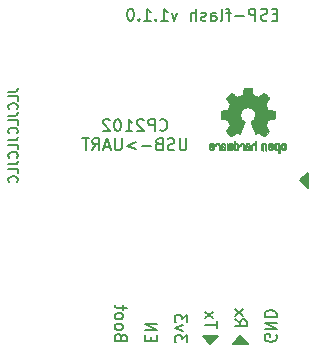
<source format=gbo>
G04 #@! TF.GenerationSoftware,KiCad,Pcbnew,7.0.5-7.0.5~ubuntu22.04.1*
G04 #@! TF.CreationDate,2023-07-13T11:12:20+08:00*
G04 #@! TF.ProjectId,EFP-flash,4546502d-666c-4617-9368-2e6b69636164,v1.1.0*
G04 #@! TF.SameCoordinates,Original*
G04 #@! TF.FileFunction,Legend,Bot*
G04 #@! TF.FilePolarity,Positive*
%FSLAX46Y46*%
G04 Gerber Fmt 4.6, Leading zero omitted, Abs format (unit mm)*
G04 Created by KiCad (PCBNEW 7.0.5-7.0.5~ubuntu22.04.1) date 2023-07-13 11:12:20*
%MOMM*%
%LPD*%
G01*
G04 APERTURE LIST*
%ADD10C,0.150000*%
%ADD11C,0.010000*%
G04 APERTURE END LIST*
D10*
X152400000Y-51435000D02*
X151765000Y-50800000D01*
X152400000Y-50165000D01*
X152400000Y-51435000D01*
G36*
X152400000Y-51435000D02*
G01*
X151765000Y-50800000D01*
X152400000Y-50165000D01*
X152400000Y-51435000D01*
G37*
X147320000Y-64643000D02*
X146050000Y-64643000D01*
X146685000Y-64008000D01*
X147320000Y-64643000D01*
G36*
X147320000Y-64643000D02*
G01*
X146050000Y-64643000D01*
X146685000Y-64008000D01*
X147320000Y-64643000D01*
G37*
X144145000Y-64643000D02*
X143510000Y-64008000D01*
X144780000Y-64008000D01*
X144145000Y-64643000D01*
G36*
X144145000Y-64643000D02*
G01*
X143510000Y-64008000D01*
X144780000Y-64008000D01*
X144145000Y-64643000D01*
G37*
X146230180Y-62591792D02*
X146706371Y-62925125D01*
X146230180Y-63163220D02*
X147230180Y-63163220D01*
X147230180Y-63163220D02*
X147230180Y-62782268D01*
X147230180Y-62782268D02*
X147182561Y-62687030D01*
X147182561Y-62687030D02*
X147134942Y-62639411D01*
X147134942Y-62639411D02*
X147039704Y-62591792D01*
X147039704Y-62591792D02*
X146896847Y-62591792D01*
X146896847Y-62591792D02*
X146801609Y-62639411D01*
X146801609Y-62639411D02*
X146753990Y-62687030D01*
X146753990Y-62687030D02*
X146706371Y-62782268D01*
X146706371Y-62782268D02*
X146706371Y-63163220D01*
X146230180Y-62258458D02*
X146896847Y-61734649D01*
X146896847Y-62258458D02*
X146230180Y-61734649D01*
X139147765Y-64425295D02*
X139147765Y-64091962D01*
X138623955Y-63949105D02*
X138623955Y-64425295D01*
X138623955Y-64425295D02*
X139623955Y-64425295D01*
X139623955Y-64425295D02*
X139623955Y-63949105D01*
X138623955Y-63520533D02*
X139623955Y-63520533D01*
X139623955Y-63520533D02*
X138623955Y-62949105D01*
X138623955Y-62949105D02*
X139623955Y-62949105D01*
X149843333Y-36761009D02*
X149510000Y-36761009D01*
X149367143Y-37284819D02*
X149843333Y-37284819D01*
X149843333Y-37284819D02*
X149843333Y-36284819D01*
X149843333Y-36284819D02*
X149367143Y-36284819D01*
X148986190Y-37237200D02*
X148843333Y-37284819D01*
X148843333Y-37284819D02*
X148605238Y-37284819D01*
X148605238Y-37284819D02*
X148510000Y-37237200D01*
X148510000Y-37237200D02*
X148462381Y-37189580D01*
X148462381Y-37189580D02*
X148414762Y-37094342D01*
X148414762Y-37094342D02*
X148414762Y-36999104D01*
X148414762Y-36999104D02*
X148462381Y-36903866D01*
X148462381Y-36903866D02*
X148510000Y-36856247D01*
X148510000Y-36856247D02*
X148605238Y-36808628D01*
X148605238Y-36808628D02*
X148795714Y-36761009D01*
X148795714Y-36761009D02*
X148890952Y-36713390D01*
X148890952Y-36713390D02*
X148938571Y-36665771D01*
X148938571Y-36665771D02*
X148986190Y-36570533D01*
X148986190Y-36570533D02*
X148986190Y-36475295D01*
X148986190Y-36475295D02*
X148938571Y-36380057D01*
X148938571Y-36380057D02*
X148890952Y-36332438D01*
X148890952Y-36332438D02*
X148795714Y-36284819D01*
X148795714Y-36284819D02*
X148557619Y-36284819D01*
X148557619Y-36284819D02*
X148414762Y-36332438D01*
X147986190Y-37284819D02*
X147986190Y-36284819D01*
X147986190Y-36284819D02*
X147605238Y-36284819D01*
X147605238Y-36284819D02*
X147510000Y-36332438D01*
X147510000Y-36332438D02*
X147462381Y-36380057D01*
X147462381Y-36380057D02*
X147414762Y-36475295D01*
X147414762Y-36475295D02*
X147414762Y-36618152D01*
X147414762Y-36618152D02*
X147462381Y-36713390D01*
X147462381Y-36713390D02*
X147510000Y-36761009D01*
X147510000Y-36761009D02*
X147605238Y-36808628D01*
X147605238Y-36808628D02*
X147986190Y-36808628D01*
X146986190Y-36903866D02*
X146224286Y-36903866D01*
X145890952Y-36618152D02*
X145510000Y-36618152D01*
X145748095Y-37284819D02*
X145748095Y-36427676D01*
X145748095Y-36427676D02*
X145700476Y-36332438D01*
X145700476Y-36332438D02*
X145605238Y-36284819D01*
X145605238Y-36284819D02*
X145510000Y-36284819D01*
X145033809Y-37284819D02*
X145129047Y-37237200D01*
X145129047Y-37237200D02*
X145176666Y-37141961D01*
X145176666Y-37141961D02*
X145176666Y-36284819D01*
X144224285Y-37284819D02*
X144224285Y-36761009D01*
X144224285Y-36761009D02*
X144271904Y-36665771D01*
X144271904Y-36665771D02*
X144367142Y-36618152D01*
X144367142Y-36618152D02*
X144557618Y-36618152D01*
X144557618Y-36618152D02*
X144652856Y-36665771D01*
X144224285Y-37237200D02*
X144319523Y-37284819D01*
X144319523Y-37284819D02*
X144557618Y-37284819D01*
X144557618Y-37284819D02*
X144652856Y-37237200D01*
X144652856Y-37237200D02*
X144700475Y-37141961D01*
X144700475Y-37141961D02*
X144700475Y-37046723D01*
X144700475Y-37046723D02*
X144652856Y-36951485D01*
X144652856Y-36951485D02*
X144557618Y-36903866D01*
X144557618Y-36903866D02*
X144319523Y-36903866D01*
X144319523Y-36903866D02*
X144224285Y-36856247D01*
X143795713Y-37237200D02*
X143700475Y-37284819D01*
X143700475Y-37284819D02*
X143509999Y-37284819D01*
X143509999Y-37284819D02*
X143414761Y-37237200D01*
X143414761Y-37237200D02*
X143367142Y-37141961D01*
X143367142Y-37141961D02*
X143367142Y-37094342D01*
X143367142Y-37094342D02*
X143414761Y-36999104D01*
X143414761Y-36999104D02*
X143509999Y-36951485D01*
X143509999Y-36951485D02*
X143652856Y-36951485D01*
X143652856Y-36951485D02*
X143748094Y-36903866D01*
X143748094Y-36903866D02*
X143795713Y-36808628D01*
X143795713Y-36808628D02*
X143795713Y-36761009D01*
X143795713Y-36761009D02*
X143748094Y-36665771D01*
X143748094Y-36665771D02*
X143652856Y-36618152D01*
X143652856Y-36618152D02*
X143509999Y-36618152D01*
X143509999Y-36618152D02*
X143414761Y-36665771D01*
X142938570Y-37284819D02*
X142938570Y-36284819D01*
X142509999Y-37284819D02*
X142509999Y-36761009D01*
X142509999Y-36761009D02*
X142557618Y-36665771D01*
X142557618Y-36665771D02*
X142652856Y-36618152D01*
X142652856Y-36618152D02*
X142795713Y-36618152D01*
X142795713Y-36618152D02*
X142890951Y-36665771D01*
X142890951Y-36665771D02*
X142938570Y-36713390D01*
X141367141Y-36618152D02*
X141129046Y-37284819D01*
X141129046Y-37284819D02*
X140890951Y-36618152D01*
X139986189Y-37284819D02*
X140557617Y-37284819D01*
X140271903Y-37284819D02*
X140271903Y-36284819D01*
X140271903Y-36284819D02*
X140367141Y-36427676D01*
X140367141Y-36427676D02*
X140462379Y-36522914D01*
X140462379Y-36522914D02*
X140557617Y-36570533D01*
X139557617Y-37189580D02*
X139509998Y-37237200D01*
X139509998Y-37237200D02*
X139557617Y-37284819D01*
X139557617Y-37284819D02*
X139605236Y-37237200D01*
X139605236Y-37237200D02*
X139557617Y-37189580D01*
X139557617Y-37189580D02*
X139557617Y-37284819D01*
X138557618Y-37284819D02*
X139129046Y-37284819D01*
X138843332Y-37284819D02*
X138843332Y-36284819D01*
X138843332Y-36284819D02*
X138938570Y-36427676D01*
X138938570Y-36427676D02*
X139033808Y-36522914D01*
X139033808Y-36522914D02*
X139129046Y-36570533D01*
X138129046Y-37189580D02*
X138081427Y-37237200D01*
X138081427Y-37237200D02*
X138129046Y-37284819D01*
X138129046Y-37284819D02*
X138176665Y-37237200D01*
X138176665Y-37237200D02*
X138129046Y-37189580D01*
X138129046Y-37189580D02*
X138129046Y-37284819D01*
X137462380Y-36284819D02*
X137367142Y-36284819D01*
X137367142Y-36284819D02*
X137271904Y-36332438D01*
X137271904Y-36332438D02*
X137224285Y-36380057D01*
X137224285Y-36380057D02*
X137176666Y-36475295D01*
X137176666Y-36475295D02*
X137129047Y-36665771D01*
X137129047Y-36665771D02*
X137129047Y-36903866D01*
X137129047Y-36903866D02*
X137176666Y-37094342D01*
X137176666Y-37094342D02*
X137224285Y-37189580D01*
X137224285Y-37189580D02*
X137271904Y-37237200D01*
X137271904Y-37237200D02*
X137367142Y-37284819D01*
X137367142Y-37284819D02*
X137462380Y-37284819D01*
X137462380Y-37284819D02*
X137557618Y-37237200D01*
X137557618Y-37237200D02*
X137605237Y-37189580D01*
X137605237Y-37189580D02*
X137652856Y-37094342D01*
X137652856Y-37094342D02*
X137700475Y-36903866D01*
X137700475Y-36903866D02*
X137700475Y-36665771D01*
X137700475Y-36665771D02*
X137652856Y-36475295D01*
X137652856Y-36475295D02*
X137605237Y-36380057D01*
X137605237Y-36380057D02*
X137557618Y-36332438D01*
X137557618Y-36332438D02*
X137462380Y-36284819D01*
X136607765Y-64091962D02*
X136560146Y-63949105D01*
X136560146Y-63949105D02*
X136512527Y-63901486D01*
X136512527Y-63901486D02*
X136417289Y-63853867D01*
X136417289Y-63853867D02*
X136274432Y-63853867D01*
X136274432Y-63853867D02*
X136179194Y-63901486D01*
X136179194Y-63901486D02*
X136131575Y-63949105D01*
X136131575Y-63949105D02*
X136083955Y-64044343D01*
X136083955Y-64044343D02*
X136083955Y-64425295D01*
X136083955Y-64425295D02*
X137083955Y-64425295D01*
X137083955Y-64425295D02*
X137083955Y-64091962D01*
X137083955Y-64091962D02*
X137036336Y-63996724D01*
X137036336Y-63996724D02*
X136988717Y-63949105D01*
X136988717Y-63949105D02*
X136893479Y-63901486D01*
X136893479Y-63901486D02*
X136798241Y-63901486D01*
X136798241Y-63901486D02*
X136703003Y-63949105D01*
X136703003Y-63949105D02*
X136655384Y-63996724D01*
X136655384Y-63996724D02*
X136607765Y-64091962D01*
X136607765Y-64091962D02*
X136607765Y-64425295D01*
X136083955Y-63282438D02*
X136131575Y-63377676D01*
X136131575Y-63377676D02*
X136179194Y-63425295D01*
X136179194Y-63425295D02*
X136274432Y-63472914D01*
X136274432Y-63472914D02*
X136560146Y-63472914D01*
X136560146Y-63472914D02*
X136655384Y-63425295D01*
X136655384Y-63425295D02*
X136703003Y-63377676D01*
X136703003Y-63377676D02*
X136750622Y-63282438D01*
X136750622Y-63282438D02*
X136750622Y-63139581D01*
X136750622Y-63139581D02*
X136703003Y-63044343D01*
X136703003Y-63044343D02*
X136655384Y-62996724D01*
X136655384Y-62996724D02*
X136560146Y-62949105D01*
X136560146Y-62949105D02*
X136274432Y-62949105D01*
X136274432Y-62949105D02*
X136179194Y-62996724D01*
X136179194Y-62996724D02*
X136131575Y-63044343D01*
X136131575Y-63044343D02*
X136083955Y-63139581D01*
X136083955Y-63139581D02*
X136083955Y-63282438D01*
X136083955Y-62377676D02*
X136131575Y-62472914D01*
X136131575Y-62472914D02*
X136179194Y-62520533D01*
X136179194Y-62520533D02*
X136274432Y-62568152D01*
X136274432Y-62568152D02*
X136560146Y-62568152D01*
X136560146Y-62568152D02*
X136655384Y-62520533D01*
X136655384Y-62520533D02*
X136703003Y-62472914D01*
X136703003Y-62472914D02*
X136750622Y-62377676D01*
X136750622Y-62377676D02*
X136750622Y-62234819D01*
X136750622Y-62234819D02*
X136703003Y-62139581D01*
X136703003Y-62139581D02*
X136655384Y-62091962D01*
X136655384Y-62091962D02*
X136560146Y-62044343D01*
X136560146Y-62044343D02*
X136274432Y-62044343D01*
X136274432Y-62044343D02*
X136179194Y-62091962D01*
X136179194Y-62091962D02*
X136131575Y-62139581D01*
X136131575Y-62139581D02*
X136083955Y-62234819D01*
X136083955Y-62234819D02*
X136083955Y-62377676D01*
X136750622Y-61758628D02*
X136750622Y-61377676D01*
X137083955Y-61615771D02*
X136226813Y-61615771D01*
X136226813Y-61615771D02*
X136131575Y-61568152D01*
X136131575Y-61568152D02*
X136083955Y-61472914D01*
X136083955Y-61472914D02*
X136083955Y-61377676D01*
X144690180Y-63306077D02*
X144690180Y-62734649D01*
X143690180Y-63020363D02*
X144690180Y-63020363D01*
X143690180Y-62496553D02*
X144356847Y-61972744D01*
X144356847Y-62496553D02*
X143690180Y-61972744D01*
X127070295Y-43294761D02*
X127641723Y-43294761D01*
X127641723Y-43294761D02*
X127756009Y-43256666D01*
X127756009Y-43256666D02*
X127832200Y-43180475D01*
X127832200Y-43180475D02*
X127870295Y-43066190D01*
X127870295Y-43066190D02*
X127870295Y-42989999D01*
X127870295Y-44056666D02*
X127870295Y-43675714D01*
X127870295Y-43675714D02*
X127070295Y-43675714D01*
X127794104Y-44780476D02*
X127832200Y-44742380D01*
X127832200Y-44742380D02*
X127870295Y-44628095D01*
X127870295Y-44628095D02*
X127870295Y-44551904D01*
X127870295Y-44551904D02*
X127832200Y-44437618D01*
X127832200Y-44437618D02*
X127756009Y-44361428D01*
X127756009Y-44361428D02*
X127679819Y-44323333D01*
X127679819Y-44323333D02*
X127527438Y-44285237D01*
X127527438Y-44285237D02*
X127413152Y-44285237D01*
X127413152Y-44285237D02*
X127260771Y-44323333D01*
X127260771Y-44323333D02*
X127184580Y-44361428D01*
X127184580Y-44361428D02*
X127108390Y-44437618D01*
X127108390Y-44437618D02*
X127070295Y-44551904D01*
X127070295Y-44551904D02*
X127070295Y-44628095D01*
X127070295Y-44628095D02*
X127108390Y-44742380D01*
X127108390Y-44742380D02*
X127146485Y-44780476D01*
X127070295Y-45351904D02*
X127641723Y-45351904D01*
X127641723Y-45351904D02*
X127756009Y-45313809D01*
X127756009Y-45313809D02*
X127832200Y-45237618D01*
X127832200Y-45237618D02*
X127870295Y-45123333D01*
X127870295Y-45123333D02*
X127870295Y-45047142D01*
X127870295Y-46113809D02*
X127870295Y-45732857D01*
X127870295Y-45732857D02*
X127070295Y-45732857D01*
X127794104Y-46837619D02*
X127832200Y-46799523D01*
X127832200Y-46799523D02*
X127870295Y-46685238D01*
X127870295Y-46685238D02*
X127870295Y-46609047D01*
X127870295Y-46609047D02*
X127832200Y-46494761D01*
X127832200Y-46494761D02*
X127756009Y-46418571D01*
X127756009Y-46418571D02*
X127679819Y-46380476D01*
X127679819Y-46380476D02*
X127527438Y-46342380D01*
X127527438Y-46342380D02*
X127413152Y-46342380D01*
X127413152Y-46342380D02*
X127260771Y-46380476D01*
X127260771Y-46380476D02*
X127184580Y-46418571D01*
X127184580Y-46418571D02*
X127108390Y-46494761D01*
X127108390Y-46494761D02*
X127070295Y-46609047D01*
X127070295Y-46609047D02*
X127070295Y-46685238D01*
X127070295Y-46685238D02*
X127108390Y-46799523D01*
X127108390Y-46799523D02*
X127146485Y-46837619D01*
X127070295Y-47409047D02*
X127641723Y-47409047D01*
X127641723Y-47409047D02*
X127756009Y-47370952D01*
X127756009Y-47370952D02*
X127832200Y-47294761D01*
X127832200Y-47294761D02*
X127870295Y-47180476D01*
X127870295Y-47180476D02*
X127870295Y-47104285D01*
X127870295Y-48170952D02*
X127870295Y-47790000D01*
X127870295Y-47790000D02*
X127070295Y-47790000D01*
X127794104Y-48894762D02*
X127832200Y-48856666D01*
X127832200Y-48856666D02*
X127870295Y-48742381D01*
X127870295Y-48742381D02*
X127870295Y-48666190D01*
X127870295Y-48666190D02*
X127832200Y-48551904D01*
X127832200Y-48551904D02*
X127756009Y-48475714D01*
X127756009Y-48475714D02*
X127679819Y-48437619D01*
X127679819Y-48437619D02*
X127527438Y-48399523D01*
X127527438Y-48399523D02*
X127413152Y-48399523D01*
X127413152Y-48399523D02*
X127260771Y-48437619D01*
X127260771Y-48437619D02*
X127184580Y-48475714D01*
X127184580Y-48475714D02*
X127108390Y-48551904D01*
X127108390Y-48551904D02*
X127070295Y-48666190D01*
X127070295Y-48666190D02*
X127070295Y-48742381D01*
X127070295Y-48742381D02*
X127108390Y-48856666D01*
X127108390Y-48856666D02*
X127146485Y-48894762D01*
X127070295Y-49466190D02*
X127641723Y-49466190D01*
X127641723Y-49466190D02*
X127756009Y-49428095D01*
X127756009Y-49428095D02*
X127832200Y-49351904D01*
X127832200Y-49351904D02*
X127870295Y-49237619D01*
X127870295Y-49237619D02*
X127870295Y-49161428D01*
X127870295Y-50228095D02*
X127870295Y-49847143D01*
X127870295Y-49847143D02*
X127070295Y-49847143D01*
X127794104Y-50951905D02*
X127832200Y-50913809D01*
X127832200Y-50913809D02*
X127870295Y-50799524D01*
X127870295Y-50799524D02*
X127870295Y-50723333D01*
X127870295Y-50723333D02*
X127832200Y-50609047D01*
X127832200Y-50609047D02*
X127756009Y-50532857D01*
X127756009Y-50532857D02*
X127679819Y-50494762D01*
X127679819Y-50494762D02*
X127527438Y-50456666D01*
X127527438Y-50456666D02*
X127413152Y-50456666D01*
X127413152Y-50456666D02*
X127260771Y-50494762D01*
X127260771Y-50494762D02*
X127184580Y-50532857D01*
X127184580Y-50532857D02*
X127108390Y-50609047D01*
X127108390Y-50609047D02*
X127070295Y-50723333D01*
X127070295Y-50723333D02*
X127070295Y-50799524D01*
X127070295Y-50799524D02*
X127108390Y-50913809D01*
X127108390Y-50913809D02*
X127146485Y-50951905D01*
X139890238Y-46544580D02*
X139937857Y-46592200D01*
X139937857Y-46592200D02*
X140080714Y-46639819D01*
X140080714Y-46639819D02*
X140175952Y-46639819D01*
X140175952Y-46639819D02*
X140318809Y-46592200D01*
X140318809Y-46592200D02*
X140414047Y-46496961D01*
X140414047Y-46496961D02*
X140461666Y-46401723D01*
X140461666Y-46401723D02*
X140509285Y-46211247D01*
X140509285Y-46211247D02*
X140509285Y-46068390D01*
X140509285Y-46068390D02*
X140461666Y-45877914D01*
X140461666Y-45877914D02*
X140414047Y-45782676D01*
X140414047Y-45782676D02*
X140318809Y-45687438D01*
X140318809Y-45687438D02*
X140175952Y-45639819D01*
X140175952Y-45639819D02*
X140080714Y-45639819D01*
X140080714Y-45639819D02*
X139937857Y-45687438D01*
X139937857Y-45687438D02*
X139890238Y-45735057D01*
X139461666Y-46639819D02*
X139461666Y-45639819D01*
X139461666Y-45639819D02*
X139080714Y-45639819D01*
X139080714Y-45639819D02*
X138985476Y-45687438D01*
X138985476Y-45687438D02*
X138937857Y-45735057D01*
X138937857Y-45735057D02*
X138890238Y-45830295D01*
X138890238Y-45830295D02*
X138890238Y-45973152D01*
X138890238Y-45973152D02*
X138937857Y-46068390D01*
X138937857Y-46068390D02*
X138985476Y-46116009D01*
X138985476Y-46116009D02*
X139080714Y-46163628D01*
X139080714Y-46163628D02*
X139461666Y-46163628D01*
X138509285Y-45735057D02*
X138461666Y-45687438D01*
X138461666Y-45687438D02*
X138366428Y-45639819D01*
X138366428Y-45639819D02*
X138128333Y-45639819D01*
X138128333Y-45639819D02*
X138033095Y-45687438D01*
X138033095Y-45687438D02*
X137985476Y-45735057D01*
X137985476Y-45735057D02*
X137937857Y-45830295D01*
X137937857Y-45830295D02*
X137937857Y-45925533D01*
X137937857Y-45925533D02*
X137985476Y-46068390D01*
X137985476Y-46068390D02*
X138556904Y-46639819D01*
X138556904Y-46639819D02*
X137937857Y-46639819D01*
X136985476Y-46639819D02*
X137556904Y-46639819D01*
X137271190Y-46639819D02*
X137271190Y-45639819D01*
X137271190Y-45639819D02*
X137366428Y-45782676D01*
X137366428Y-45782676D02*
X137461666Y-45877914D01*
X137461666Y-45877914D02*
X137556904Y-45925533D01*
X136366428Y-45639819D02*
X136271190Y-45639819D01*
X136271190Y-45639819D02*
X136175952Y-45687438D01*
X136175952Y-45687438D02*
X136128333Y-45735057D01*
X136128333Y-45735057D02*
X136080714Y-45830295D01*
X136080714Y-45830295D02*
X136033095Y-46020771D01*
X136033095Y-46020771D02*
X136033095Y-46258866D01*
X136033095Y-46258866D02*
X136080714Y-46449342D01*
X136080714Y-46449342D02*
X136128333Y-46544580D01*
X136128333Y-46544580D02*
X136175952Y-46592200D01*
X136175952Y-46592200D02*
X136271190Y-46639819D01*
X136271190Y-46639819D02*
X136366428Y-46639819D01*
X136366428Y-46639819D02*
X136461666Y-46592200D01*
X136461666Y-46592200D02*
X136509285Y-46544580D01*
X136509285Y-46544580D02*
X136556904Y-46449342D01*
X136556904Y-46449342D02*
X136604523Y-46258866D01*
X136604523Y-46258866D02*
X136604523Y-46020771D01*
X136604523Y-46020771D02*
X136556904Y-45830295D01*
X136556904Y-45830295D02*
X136509285Y-45735057D01*
X136509285Y-45735057D02*
X136461666Y-45687438D01*
X136461666Y-45687438D02*
X136366428Y-45639819D01*
X135652142Y-45735057D02*
X135604523Y-45687438D01*
X135604523Y-45687438D02*
X135509285Y-45639819D01*
X135509285Y-45639819D02*
X135271190Y-45639819D01*
X135271190Y-45639819D02*
X135175952Y-45687438D01*
X135175952Y-45687438D02*
X135128333Y-45735057D01*
X135128333Y-45735057D02*
X135080714Y-45830295D01*
X135080714Y-45830295D02*
X135080714Y-45925533D01*
X135080714Y-45925533D02*
X135128333Y-46068390D01*
X135128333Y-46068390D02*
X135699761Y-46639819D01*
X135699761Y-46639819D02*
X135080714Y-46639819D01*
X142128332Y-47249819D02*
X142128332Y-48059342D01*
X142128332Y-48059342D02*
X142080713Y-48154580D01*
X142080713Y-48154580D02*
X142033094Y-48202200D01*
X142033094Y-48202200D02*
X141937856Y-48249819D01*
X141937856Y-48249819D02*
X141747380Y-48249819D01*
X141747380Y-48249819D02*
X141652142Y-48202200D01*
X141652142Y-48202200D02*
X141604523Y-48154580D01*
X141604523Y-48154580D02*
X141556904Y-48059342D01*
X141556904Y-48059342D02*
X141556904Y-47249819D01*
X141128332Y-48202200D02*
X140985475Y-48249819D01*
X140985475Y-48249819D02*
X140747380Y-48249819D01*
X140747380Y-48249819D02*
X140652142Y-48202200D01*
X140652142Y-48202200D02*
X140604523Y-48154580D01*
X140604523Y-48154580D02*
X140556904Y-48059342D01*
X140556904Y-48059342D02*
X140556904Y-47964104D01*
X140556904Y-47964104D02*
X140604523Y-47868866D01*
X140604523Y-47868866D02*
X140652142Y-47821247D01*
X140652142Y-47821247D02*
X140747380Y-47773628D01*
X140747380Y-47773628D02*
X140937856Y-47726009D01*
X140937856Y-47726009D02*
X141033094Y-47678390D01*
X141033094Y-47678390D02*
X141080713Y-47630771D01*
X141080713Y-47630771D02*
X141128332Y-47535533D01*
X141128332Y-47535533D02*
X141128332Y-47440295D01*
X141128332Y-47440295D02*
X141080713Y-47345057D01*
X141080713Y-47345057D02*
X141033094Y-47297438D01*
X141033094Y-47297438D02*
X140937856Y-47249819D01*
X140937856Y-47249819D02*
X140699761Y-47249819D01*
X140699761Y-47249819D02*
X140556904Y-47297438D01*
X139794999Y-47726009D02*
X139652142Y-47773628D01*
X139652142Y-47773628D02*
X139604523Y-47821247D01*
X139604523Y-47821247D02*
X139556904Y-47916485D01*
X139556904Y-47916485D02*
X139556904Y-48059342D01*
X139556904Y-48059342D02*
X139604523Y-48154580D01*
X139604523Y-48154580D02*
X139652142Y-48202200D01*
X139652142Y-48202200D02*
X139747380Y-48249819D01*
X139747380Y-48249819D02*
X140128332Y-48249819D01*
X140128332Y-48249819D02*
X140128332Y-47249819D01*
X140128332Y-47249819D02*
X139794999Y-47249819D01*
X139794999Y-47249819D02*
X139699761Y-47297438D01*
X139699761Y-47297438D02*
X139652142Y-47345057D01*
X139652142Y-47345057D02*
X139604523Y-47440295D01*
X139604523Y-47440295D02*
X139604523Y-47535533D01*
X139604523Y-47535533D02*
X139652142Y-47630771D01*
X139652142Y-47630771D02*
X139699761Y-47678390D01*
X139699761Y-47678390D02*
X139794999Y-47726009D01*
X139794999Y-47726009D02*
X140128332Y-47726009D01*
X139128332Y-47868866D02*
X138366428Y-47868866D01*
X137890237Y-47583152D02*
X137128333Y-47868866D01*
X137128333Y-47868866D02*
X137890237Y-48154580D01*
X136652142Y-47249819D02*
X136652142Y-48059342D01*
X136652142Y-48059342D02*
X136604523Y-48154580D01*
X136604523Y-48154580D02*
X136556904Y-48202200D01*
X136556904Y-48202200D02*
X136461666Y-48249819D01*
X136461666Y-48249819D02*
X136271190Y-48249819D01*
X136271190Y-48249819D02*
X136175952Y-48202200D01*
X136175952Y-48202200D02*
X136128333Y-48154580D01*
X136128333Y-48154580D02*
X136080714Y-48059342D01*
X136080714Y-48059342D02*
X136080714Y-47249819D01*
X135652142Y-47964104D02*
X135175952Y-47964104D01*
X135747380Y-48249819D02*
X135414047Y-47249819D01*
X135414047Y-47249819D02*
X135080714Y-48249819D01*
X134175952Y-48249819D02*
X134509285Y-47773628D01*
X134747380Y-48249819D02*
X134747380Y-47249819D01*
X134747380Y-47249819D02*
X134366428Y-47249819D01*
X134366428Y-47249819D02*
X134271190Y-47297438D01*
X134271190Y-47297438D02*
X134223571Y-47345057D01*
X134223571Y-47345057D02*
X134175952Y-47440295D01*
X134175952Y-47440295D02*
X134175952Y-47583152D01*
X134175952Y-47583152D02*
X134223571Y-47678390D01*
X134223571Y-47678390D02*
X134271190Y-47726009D01*
X134271190Y-47726009D02*
X134366428Y-47773628D01*
X134366428Y-47773628D02*
X134747380Y-47773628D01*
X133890237Y-47249819D02*
X133318809Y-47249819D01*
X133604523Y-48249819D02*
X133604523Y-47249819D01*
X149722561Y-63909411D02*
X149770180Y-64004649D01*
X149770180Y-64004649D02*
X149770180Y-64147506D01*
X149770180Y-64147506D02*
X149722561Y-64290363D01*
X149722561Y-64290363D02*
X149627323Y-64385601D01*
X149627323Y-64385601D02*
X149532085Y-64433220D01*
X149532085Y-64433220D02*
X149341609Y-64480839D01*
X149341609Y-64480839D02*
X149198752Y-64480839D01*
X149198752Y-64480839D02*
X149008276Y-64433220D01*
X149008276Y-64433220D02*
X148913038Y-64385601D01*
X148913038Y-64385601D02*
X148817800Y-64290363D01*
X148817800Y-64290363D02*
X148770180Y-64147506D01*
X148770180Y-64147506D02*
X148770180Y-64052268D01*
X148770180Y-64052268D02*
X148817800Y-63909411D01*
X148817800Y-63909411D02*
X148865419Y-63861792D01*
X148865419Y-63861792D02*
X149198752Y-63861792D01*
X149198752Y-63861792D02*
X149198752Y-64052268D01*
X148770180Y-63433220D02*
X149770180Y-63433220D01*
X149770180Y-63433220D02*
X148770180Y-62861792D01*
X148770180Y-62861792D02*
X149770180Y-62861792D01*
X148770180Y-62385601D02*
X149770180Y-62385601D01*
X149770180Y-62385601D02*
X149770180Y-62147506D01*
X149770180Y-62147506D02*
X149722561Y-62004649D01*
X149722561Y-62004649D02*
X149627323Y-61909411D01*
X149627323Y-61909411D02*
X149532085Y-61861792D01*
X149532085Y-61861792D02*
X149341609Y-61814173D01*
X149341609Y-61814173D02*
X149198752Y-61814173D01*
X149198752Y-61814173D02*
X149008276Y-61861792D01*
X149008276Y-61861792D02*
X148913038Y-61909411D01*
X148913038Y-61909411D02*
X148817800Y-62004649D01*
X148817800Y-62004649D02*
X148770180Y-62147506D01*
X148770180Y-62147506D02*
X148770180Y-62385601D01*
X142150180Y-64528458D02*
X142150180Y-63909411D01*
X142150180Y-63909411D02*
X141769228Y-64242744D01*
X141769228Y-64242744D02*
X141769228Y-64099887D01*
X141769228Y-64099887D02*
X141721609Y-64004649D01*
X141721609Y-64004649D02*
X141673990Y-63957030D01*
X141673990Y-63957030D02*
X141578752Y-63909411D01*
X141578752Y-63909411D02*
X141340657Y-63909411D01*
X141340657Y-63909411D02*
X141245419Y-63957030D01*
X141245419Y-63957030D02*
X141197800Y-64004649D01*
X141197800Y-64004649D02*
X141150180Y-64099887D01*
X141150180Y-64099887D02*
X141150180Y-64385601D01*
X141150180Y-64385601D02*
X141197800Y-64480839D01*
X141197800Y-64480839D02*
X141245419Y-64528458D01*
X141816847Y-63576077D02*
X141150180Y-63337982D01*
X141150180Y-63337982D02*
X141816847Y-63099887D01*
X142150180Y-62814172D02*
X142150180Y-62195125D01*
X142150180Y-62195125D02*
X141769228Y-62528458D01*
X141769228Y-62528458D02*
X141769228Y-62385601D01*
X141769228Y-62385601D02*
X141721609Y-62290363D01*
X141721609Y-62290363D02*
X141673990Y-62242744D01*
X141673990Y-62242744D02*
X141578752Y-62195125D01*
X141578752Y-62195125D02*
X141340657Y-62195125D01*
X141340657Y-62195125D02*
X141245419Y-62242744D01*
X141245419Y-62242744D02*
X141197800Y-62290363D01*
X141197800Y-62290363D02*
X141150180Y-62385601D01*
X141150180Y-62385601D02*
X141150180Y-62671315D01*
X141150180Y-62671315D02*
X141197800Y-62766553D01*
X141197800Y-62766553D02*
X141245419Y-62814172D01*
G04 #@! TO.C,LOGO101*
D11*
X144802829Y-47671097D02*
X144862753Y-47693355D01*
X144887673Y-47710080D01*
X144912910Y-47734043D01*
X144930912Y-47764526D01*
X144942858Y-47806023D01*
X144949930Y-47863032D01*
X144953308Y-47940047D01*
X144954171Y-48041565D01*
X144954002Y-48094027D01*
X144953153Y-48165715D01*
X144951711Y-48222925D01*
X144949814Y-48260809D01*
X144947597Y-48274514D01*
X144933172Y-48269981D01*
X144904054Y-48257670D01*
X144903181Y-48257272D01*
X144888060Y-48249356D01*
X144877891Y-48238495D01*
X144871691Y-48219471D01*
X144868478Y-48187069D01*
X144867270Y-48136071D01*
X144867086Y-48061261D01*
X144866714Y-48013804D01*
X144862750Y-47924615D01*
X144853673Y-47859287D01*
X144838524Y-47814393D01*
X144816345Y-47786507D01*
X144786175Y-47772203D01*
X144781990Y-47771206D01*
X144725480Y-47770427D01*
X144681410Y-47795744D01*
X144650972Y-47846502D01*
X144645544Y-47861175D01*
X144633171Y-47893649D01*
X144626905Y-47908572D01*
X144614036Y-47906516D01*
X144585933Y-47895357D01*
X144559721Y-47876927D01*
X144547771Y-47842098D01*
X144551336Y-47817151D01*
X144573235Y-47766547D01*
X144608644Y-47719128D01*
X144650052Y-47686334D01*
X144667400Y-47678752D01*
X144733089Y-47666076D01*
X144802829Y-47671097D01*
G36*
X144802829Y-47671097D02*
G01*
X144862753Y-47693355D01*
X144887673Y-47710080D01*
X144912910Y-47734043D01*
X144930912Y-47764526D01*
X144942858Y-47806023D01*
X144949930Y-47863032D01*
X144953308Y-47940047D01*
X144954171Y-48041565D01*
X144954002Y-48094027D01*
X144953153Y-48165715D01*
X144951711Y-48222925D01*
X144949814Y-48260809D01*
X144947597Y-48274514D01*
X144933172Y-48269981D01*
X144904054Y-48257670D01*
X144903181Y-48257272D01*
X144888060Y-48249356D01*
X144877891Y-48238495D01*
X144871691Y-48219471D01*
X144868478Y-48187069D01*
X144867270Y-48136071D01*
X144867086Y-48061261D01*
X144866714Y-48013804D01*
X144862750Y-47924615D01*
X144853673Y-47859287D01*
X144838524Y-47814393D01*
X144816345Y-47786507D01*
X144786175Y-47772203D01*
X144781990Y-47771206D01*
X144725480Y-47770427D01*
X144681410Y-47795744D01*
X144650972Y-47846502D01*
X144645544Y-47861175D01*
X144633171Y-47893649D01*
X144626905Y-47908572D01*
X144614036Y-47906516D01*
X144585933Y-47895357D01*
X144559721Y-47876927D01*
X144547771Y-47842098D01*
X144551336Y-47817151D01*
X144573235Y-47766547D01*
X144608644Y-47719128D01*
X144650052Y-47686334D01*
X144667400Y-47678752D01*
X144733089Y-47666076D01*
X144802829Y-47671097D01*
G37*
X148751020Y-47637822D02*
X148818810Y-47669680D01*
X148874366Y-47724770D01*
X148885881Y-47742016D01*
X148895432Y-47761562D01*
X148902206Y-47786198D01*
X148906819Y-47820711D01*
X148909888Y-47869889D01*
X148912029Y-47938519D01*
X148913859Y-48031389D01*
X148918404Y-48289007D01*
X148880225Y-48274491D01*
X148845268Y-48261156D01*
X148819097Y-48248323D01*
X148802013Y-48231780D01*
X148792086Y-48206465D01*
X148787386Y-48167316D01*
X148785982Y-48109268D01*
X148785943Y-48027261D01*
X148785744Y-47961895D01*
X148784559Y-47899173D01*
X148781729Y-47856334D01*
X148776609Y-47828220D01*
X148768553Y-47809675D01*
X148756914Y-47795543D01*
X148728303Y-47775600D01*
X148680239Y-47768083D01*
X148632688Y-47787079D01*
X148629550Y-47789511D01*
X148619769Y-47800748D01*
X148612553Y-47818770D01*
X148607299Y-47848026D01*
X148603402Y-47892962D01*
X148600256Y-47958028D01*
X148597257Y-48047670D01*
X148590000Y-48287697D01*
X148528314Y-48260044D01*
X148466629Y-48232391D01*
X148466629Y-48013246D01*
X148466884Y-47953711D01*
X148469086Y-47870892D01*
X148474661Y-47809227D01*
X148484941Y-47763748D01*
X148501258Y-47729484D01*
X148524943Y-47701466D01*
X148557328Y-47674723D01*
X148603907Y-47647780D01*
X148677287Y-47630191D01*
X148751020Y-47637822D01*
G36*
X148751020Y-47637822D02*
G01*
X148818810Y-47669680D01*
X148874366Y-47724770D01*
X148885881Y-47742016D01*
X148895432Y-47761562D01*
X148902206Y-47786198D01*
X148906819Y-47820711D01*
X148909888Y-47869889D01*
X148912029Y-47938519D01*
X148913859Y-48031389D01*
X148918404Y-48289007D01*
X148880225Y-48274491D01*
X148845268Y-48261156D01*
X148819097Y-48248323D01*
X148802013Y-48231780D01*
X148792086Y-48206465D01*
X148787386Y-48167316D01*
X148785982Y-48109268D01*
X148785943Y-48027261D01*
X148785744Y-47961895D01*
X148784559Y-47899173D01*
X148781729Y-47856334D01*
X148776609Y-47828220D01*
X148768553Y-47809675D01*
X148756914Y-47795543D01*
X148728303Y-47775600D01*
X148680239Y-47768083D01*
X148632688Y-47787079D01*
X148629550Y-47789511D01*
X148619769Y-47800748D01*
X148612553Y-47818770D01*
X148607299Y-47848026D01*
X148603402Y-47892962D01*
X148600256Y-47958028D01*
X148597257Y-48047670D01*
X148590000Y-48287697D01*
X148528314Y-48260044D01*
X148466629Y-48232391D01*
X148466629Y-48013246D01*
X148466884Y-47953711D01*
X148469086Y-47870892D01*
X148474661Y-47809227D01*
X148484941Y-47763748D01*
X148501258Y-47729484D01*
X148524943Y-47701466D01*
X148557328Y-47674723D01*
X148603907Y-47647780D01*
X148677287Y-47630191D01*
X148751020Y-47637822D01*
G37*
X146927691Y-47686467D02*
X146932273Y-47689003D01*
X146969704Y-47718057D01*
X147003170Y-47755410D01*
X147009007Y-47763852D01*
X147020165Y-47783553D01*
X147028136Y-47806935D01*
X147033618Y-47839067D01*
X147037307Y-47885019D01*
X147039899Y-47949859D01*
X147042092Y-48038657D01*
X147042402Y-48053669D01*
X147043400Y-48150999D01*
X147041994Y-48219934D01*
X147038164Y-48260948D01*
X147031889Y-48274514D01*
X147012898Y-48270452D01*
X146980638Y-48258144D01*
X146973041Y-48254545D01*
X146961176Y-48246398D01*
X146952994Y-48233004D01*
X146947643Y-48209608D01*
X146944269Y-48171455D01*
X146942019Y-48113790D01*
X146940040Y-48031857D01*
X146939498Y-48007907D01*
X146937403Y-47932266D01*
X146934683Y-47879328D01*
X146930515Y-47844075D01*
X146924079Y-47821487D01*
X146914550Y-47806544D01*
X146901106Y-47794227D01*
X146861305Y-47772634D01*
X146812341Y-47768476D01*
X146768529Y-47784999D01*
X146737008Y-47819210D01*
X146724914Y-47868114D01*
X146724578Y-47881407D01*
X146717972Y-47905472D01*
X146698470Y-47909144D01*
X146660283Y-47894813D01*
X146651438Y-47890217D01*
X146627534Y-47863186D01*
X146627061Y-47822994D01*
X146649836Y-47767409D01*
X146670727Y-47737117D01*
X146724142Y-47694084D01*
X146790074Y-47669755D01*
X146860574Y-47666443D01*
X146927691Y-47686467D01*
G36*
X146927691Y-47686467D02*
G01*
X146932273Y-47689003D01*
X146969704Y-47718057D01*
X147003170Y-47755410D01*
X147009007Y-47763852D01*
X147020165Y-47783553D01*
X147028136Y-47806935D01*
X147033618Y-47839067D01*
X147037307Y-47885019D01*
X147039899Y-47949859D01*
X147042092Y-48038657D01*
X147042402Y-48053669D01*
X147043400Y-48150999D01*
X147041994Y-48219934D01*
X147038164Y-48260948D01*
X147031889Y-48274514D01*
X147012898Y-48270452D01*
X146980638Y-48258144D01*
X146973041Y-48254545D01*
X146961176Y-48246398D01*
X146952994Y-48233004D01*
X146947643Y-48209608D01*
X146944269Y-48171455D01*
X146942019Y-48113790D01*
X146940040Y-48031857D01*
X146939498Y-48007907D01*
X146937403Y-47932266D01*
X146934683Y-47879328D01*
X146930515Y-47844075D01*
X146924079Y-47821487D01*
X146914550Y-47806544D01*
X146901106Y-47794227D01*
X146861305Y-47772634D01*
X146812341Y-47768476D01*
X146768529Y-47784999D01*
X146737008Y-47819210D01*
X146724914Y-47868114D01*
X146724578Y-47881407D01*
X146717972Y-47905472D01*
X146698470Y-47909144D01*
X146660283Y-47894813D01*
X146651438Y-47890217D01*
X146627534Y-47863186D01*
X146627061Y-47822994D01*
X146649836Y-47767409D01*
X146670727Y-47737117D01*
X146724142Y-47694084D01*
X146790074Y-47669755D01*
X146860574Y-47666443D01*
X146927691Y-47686467D01*
G37*
X147998543Y-47469444D02*
X148045714Y-47489342D01*
X148045714Y-47886509D01*
X148045519Y-47989498D01*
X148044998Y-48082141D01*
X148044199Y-48160700D01*
X148043172Y-48221439D01*
X148041963Y-48260623D01*
X148040623Y-48274514D01*
X148040099Y-48274468D01*
X148022287Y-48269420D01*
X147989823Y-48258580D01*
X147944114Y-48242646D01*
X147944114Y-48038173D01*
X147943824Y-47957832D01*
X147942474Y-47899562D01*
X147939369Y-47859909D01*
X147933812Y-47833618D01*
X147925107Y-47815436D01*
X147912556Y-47800107D01*
X147903999Y-47791955D01*
X147857728Y-47769375D01*
X147806728Y-47771375D01*
X147759993Y-47798073D01*
X147753189Y-47804698D01*
X147742293Y-47818456D01*
X147734836Y-47836642D01*
X147730169Y-47864177D01*
X147727642Y-47905981D01*
X147726602Y-47966973D01*
X147726400Y-48052073D01*
X147726303Y-48095234D01*
X147725674Y-48166224D01*
X147724556Y-48223076D01*
X147723063Y-48260828D01*
X147721309Y-48274514D01*
X147720785Y-48274468D01*
X147702973Y-48269420D01*
X147670509Y-48258580D01*
X147624800Y-48242646D01*
X147624823Y-48037237D01*
X147624857Y-48018951D01*
X147626778Y-47923626D01*
X147632678Y-47851543D01*
X147644001Y-47797813D01*
X147662187Y-47757549D01*
X147688679Y-47725861D01*
X147724918Y-47697861D01*
X147760263Y-47680333D01*
X147816773Y-47666785D01*
X147872356Y-47666015D01*
X147915086Y-47679195D01*
X147918298Y-47681015D01*
X147928205Y-47680820D01*
X147934975Y-47665572D01*
X147939861Y-47630613D01*
X147944114Y-47571289D01*
X147951371Y-47449547D01*
X147998543Y-47469444D01*
G36*
X147998543Y-47469444D02*
G01*
X148045714Y-47489342D01*
X148045714Y-47886509D01*
X148045519Y-47989498D01*
X148044998Y-48082141D01*
X148044199Y-48160700D01*
X148043172Y-48221439D01*
X148041963Y-48260623D01*
X148040623Y-48274514D01*
X148040099Y-48274468D01*
X148022287Y-48269420D01*
X147989823Y-48258580D01*
X147944114Y-48242646D01*
X147944114Y-48038173D01*
X147943824Y-47957832D01*
X147942474Y-47899562D01*
X147939369Y-47859909D01*
X147933812Y-47833618D01*
X147925107Y-47815436D01*
X147912556Y-47800107D01*
X147903999Y-47791955D01*
X147857728Y-47769375D01*
X147806728Y-47771375D01*
X147759993Y-47798073D01*
X147753189Y-47804698D01*
X147742293Y-47818456D01*
X147734836Y-47836642D01*
X147730169Y-47864177D01*
X147727642Y-47905981D01*
X147726602Y-47966973D01*
X147726400Y-48052073D01*
X147726303Y-48095234D01*
X147725674Y-48166224D01*
X147724556Y-48223076D01*
X147723063Y-48260828D01*
X147721309Y-48274514D01*
X147720785Y-48274468D01*
X147702973Y-48269420D01*
X147670509Y-48258580D01*
X147624800Y-48242646D01*
X147624823Y-48037237D01*
X147624857Y-48018951D01*
X147626778Y-47923626D01*
X147632678Y-47851543D01*
X147644001Y-47797813D01*
X147662187Y-47757549D01*
X147688679Y-47725861D01*
X147724918Y-47697861D01*
X147760263Y-47680333D01*
X147816773Y-47666785D01*
X147872356Y-47666015D01*
X147915086Y-47679195D01*
X147918298Y-47681015D01*
X147928205Y-47680820D01*
X147934975Y-47665572D01*
X147939861Y-47630613D01*
X147944114Y-47571289D01*
X147951371Y-47449547D01*
X147998543Y-47469444D01*
G37*
X145973941Y-47669282D02*
X146005774Y-47681758D01*
X146042743Y-47698602D01*
X146042743Y-48185196D01*
X145996812Y-48231127D01*
X145986320Y-48241427D01*
X145957255Y-48264320D01*
X145927943Y-48271735D01*
X145884326Y-48268321D01*
X145866568Y-48266114D01*
X145820767Y-48261445D01*
X145788743Y-48259585D01*
X145779244Y-48259869D01*
X145740274Y-48262948D01*
X145693160Y-48268321D01*
X145678085Y-48270168D01*
X145640110Y-48270893D01*
X145612325Y-48259429D01*
X145580674Y-48231127D01*
X145534743Y-48185196D01*
X145534743Y-47925055D01*
X145535101Y-47848180D01*
X145536216Y-47774886D01*
X145537952Y-47716850D01*
X145540167Y-47678663D01*
X145542721Y-47664914D01*
X145543256Y-47664951D01*
X145561808Y-47671793D01*
X145593153Y-47686868D01*
X145635608Y-47708822D01*
X145639604Y-47937240D01*
X145643600Y-48165657D01*
X145730686Y-48165657D01*
X145734657Y-47915286D01*
X145735916Y-47847227D01*
X145737718Y-47774482D01*
X145739671Y-47716730D01*
X145741612Y-47678648D01*
X145743377Y-47664914D01*
X145743885Y-47664962D01*
X145761482Y-47670015D01*
X145793834Y-47680849D01*
X145839543Y-47696783D01*
X145839765Y-47916706D01*
X145839988Y-47954909D01*
X145841531Y-48029146D01*
X145844292Y-48091145D01*
X145847977Y-48135308D01*
X145852292Y-48156041D01*
X145867732Y-48167131D01*
X145899241Y-48170556D01*
X145933886Y-48165657D01*
X145937857Y-47915286D01*
X145939278Y-47851663D01*
X145942225Y-47776356D01*
X145946079Y-47717286D01*
X145950542Y-47678718D01*
X145955317Y-47664914D01*
X145973941Y-47669282D01*
G36*
X145973941Y-47669282D02*
G01*
X146005774Y-47681758D01*
X146042743Y-47698602D01*
X146042743Y-48185196D01*
X145996812Y-48231127D01*
X145986320Y-48241427D01*
X145957255Y-48264320D01*
X145927943Y-48271735D01*
X145884326Y-48268321D01*
X145866568Y-48266114D01*
X145820767Y-48261445D01*
X145788743Y-48259585D01*
X145779244Y-48259869D01*
X145740274Y-48262948D01*
X145693160Y-48268321D01*
X145678085Y-48270168D01*
X145640110Y-48270893D01*
X145612325Y-48259429D01*
X145580674Y-48231127D01*
X145534743Y-48185196D01*
X145534743Y-47925055D01*
X145535101Y-47848180D01*
X145536216Y-47774886D01*
X145537952Y-47716850D01*
X145540167Y-47678663D01*
X145542721Y-47664914D01*
X145543256Y-47664951D01*
X145561808Y-47671793D01*
X145593153Y-47686868D01*
X145635608Y-47708822D01*
X145639604Y-47937240D01*
X145643600Y-48165657D01*
X145730686Y-48165657D01*
X145734657Y-47915286D01*
X145735916Y-47847227D01*
X145737718Y-47774482D01*
X145739671Y-47716730D01*
X145741612Y-47678648D01*
X145743377Y-47664914D01*
X145743885Y-47664962D01*
X145761482Y-47670015D01*
X145793834Y-47680849D01*
X145839543Y-47696783D01*
X145839765Y-47916706D01*
X145839988Y-47954909D01*
X145841531Y-48029146D01*
X145844292Y-48091145D01*
X145847977Y-48135308D01*
X145852292Y-48156041D01*
X145867732Y-48167131D01*
X145899241Y-48170556D01*
X145933886Y-48165657D01*
X145937857Y-47915286D01*
X145939278Y-47851663D01*
X145942225Y-47776356D01*
X145946079Y-47717286D01*
X145950542Y-47678718D01*
X145955317Y-47664914D01*
X145973941Y-47669282D01*
G37*
X150585714Y-47955200D02*
X150585701Y-47970935D01*
X150584914Y-48041119D01*
X150582210Y-48090022D01*
X150576606Y-48124178D01*
X150567119Y-48150124D01*
X150552768Y-48174397D01*
X150549237Y-48179433D01*
X150511878Y-48219143D01*
X150469311Y-48249092D01*
X150447452Y-48258810D01*
X150368908Y-48275020D01*
X150291231Y-48264535D01*
X150219645Y-48228707D01*
X150159374Y-48168887D01*
X150154286Y-48160873D01*
X150137730Y-48114342D01*
X150126573Y-48049552D01*
X150121160Y-47974727D01*
X150121768Y-47905513D01*
X150268248Y-47905513D01*
X150269402Y-48001399D01*
X150269866Y-48007569D01*
X150276629Y-48060478D01*
X150288671Y-48094029D01*
X150309005Y-48117016D01*
X150343097Y-48138548D01*
X150376814Y-48139680D01*
X150411543Y-48114857D01*
X150417584Y-48108325D01*
X150429417Y-48088779D01*
X150436404Y-48060386D01*
X150439727Y-48016430D01*
X150440571Y-47950192D01*
X150439125Y-47888150D01*
X150431907Y-47829042D01*
X150417006Y-47791686D01*
X150392636Y-47772152D01*
X150357008Y-47766514D01*
X150343440Y-47767635D01*
X150305430Y-47788194D01*
X150280312Y-47834299D01*
X150268248Y-47905513D01*
X150121768Y-47905513D01*
X150121833Y-47898096D01*
X150128937Y-47827882D01*
X150142815Y-47772312D01*
X150160649Y-47735301D01*
X150210855Y-47677733D01*
X150278885Y-47641962D01*
X150362158Y-47629665D01*
X150384398Y-47630331D01*
X150449891Y-47643947D01*
X150503687Y-47678249D01*
X150553057Y-47737338D01*
X150555995Y-47741722D01*
X150569287Y-47765299D01*
X150577932Y-47791949D01*
X150582904Y-47828159D01*
X150585174Y-47880413D01*
X150585678Y-47950192D01*
X150585714Y-47955200D01*
G36*
X150585714Y-47955200D02*
G01*
X150585701Y-47970935D01*
X150584914Y-48041119D01*
X150582210Y-48090022D01*
X150576606Y-48124178D01*
X150567119Y-48150124D01*
X150552768Y-48174397D01*
X150549237Y-48179433D01*
X150511878Y-48219143D01*
X150469311Y-48249092D01*
X150447452Y-48258810D01*
X150368908Y-48275020D01*
X150291231Y-48264535D01*
X150219645Y-48228707D01*
X150159374Y-48168887D01*
X150154286Y-48160873D01*
X150137730Y-48114342D01*
X150126573Y-48049552D01*
X150121160Y-47974727D01*
X150121768Y-47905513D01*
X150268248Y-47905513D01*
X150269402Y-48001399D01*
X150269866Y-48007569D01*
X150276629Y-48060478D01*
X150288671Y-48094029D01*
X150309005Y-48117016D01*
X150343097Y-48138548D01*
X150376814Y-48139680D01*
X150411543Y-48114857D01*
X150417584Y-48108325D01*
X150429417Y-48088779D01*
X150436404Y-48060386D01*
X150439727Y-48016430D01*
X150440571Y-47950192D01*
X150439125Y-47888150D01*
X150431907Y-47829042D01*
X150417006Y-47791686D01*
X150392636Y-47772152D01*
X150357008Y-47766514D01*
X150343440Y-47767635D01*
X150305430Y-47788194D01*
X150280312Y-47834299D01*
X150268248Y-47905513D01*
X150121768Y-47905513D01*
X150121833Y-47898096D01*
X150128937Y-47827882D01*
X150142815Y-47772312D01*
X150160649Y-47735301D01*
X150210855Y-47677733D01*
X150278885Y-47641962D01*
X150362158Y-47629665D01*
X150384398Y-47630331D01*
X150449891Y-47643947D01*
X150503687Y-47678249D01*
X150553057Y-47737338D01*
X150555995Y-47741722D01*
X150569287Y-47765299D01*
X150577932Y-47791949D01*
X150582904Y-47828159D01*
X150585174Y-47880413D01*
X150585678Y-47950192D01*
X150585714Y-47955200D01*
G37*
X144460590Y-47972622D02*
X144460307Y-48011305D01*
X144456762Y-48087521D01*
X144447483Y-48143294D01*
X144430375Y-48184613D01*
X144403344Y-48217467D01*
X144364292Y-48247846D01*
X144339445Y-48261660D01*
X144299615Y-48270965D01*
X144243665Y-48270230D01*
X144212385Y-48267283D01*
X144174653Y-48258283D01*
X144144494Y-48238720D01*
X144109408Y-48202267D01*
X144104720Y-48196943D01*
X144073177Y-48155969D01*
X144058128Y-48120283D01*
X144054286Y-48077966D01*
X144054286Y-48015779D01*
X144097742Y-48032182D01*
X144129424Y-48051356D01*
X144156962Y-48096347D01*
X144162711Y-48110752D01*
X144194855Y-48151546D01*
X144238611Y-48172081D01*
X144286254Y-48170235D01*
X144330057Y-48143886D01*
X144345111Y-48127455D01*
X144358763Y-48102667D01*
X144354493Y-48080144D01*
X144329916Y-48056964D01*
X144282651Y-48030202D01*
X144210314Y-47996934D01*
X144061543Y-47931816D01*
X144057595Y-47867308D01*
X144059079Y-47826220D01*
X144156010Y-47826220D01*
X144163368Y-47851657D01*
X144196848Y-47878814D01*
X144257614Y-47909714D01*
X144267669Y-47914190D01*
X144315751Y-47935017D01*
X144351726Y-47949665D01*
X144368444Y-47955200D01*
X144370977Y-47951126D01*
X144371993Y-47926247D01*
X144368369Y-47886257D01*
X144359242Y-47847152D01*
X144330773Y-47797884D01*
X144289678Y-47770122D01*
X144240590Y-47766364D01*
X144188144Y-47789109D01*
X144173609Y-47800481D01*
X144156010Y-47826220D01*
X144059079Y-47826220D01*
X144059338Y-47819064D01*
X144081281Y-47758096D01*
X144108979Y-47724497D01*
X144166405Y-47686966D01*
X144234527Y-47668006D01*
X144304947Y-47669507D01*
X144369267Y-47693355D01*
X144383426Y-47702513D01*
X144415904Y-47730849D01*
X144438116Y-47766695D01*
X144451804Y-47815384D01*
X144458715Y-47882249D01*
X144459628Y-47926247D01*
X144460590Y-47972622D01*
G36*
X144460590Y-47972622D02*
G01*
X144460307Y-48011305D01*
X144456762Y-48087521D01*
X144447483Y-48143294D01*
X144430375Y-48184613D01*
X144403344Y-48217467D01*
X144364292Y-48247846D01*
X144339445Y-48261660D01*
X144299615Y-48270965D01*
X144243665Y-48270230D01*
X144212385Y-48267283D01*
X144174653Y-48258283D01*
X144144494Y-48238720D01*
X144109408Y-48202267D01*
X144104720Y-48196943D01*
X144073177Y-48155969D01*
X144058128Y-48120283D01*
X144054286Y-48077966D01*
X144054286Y-48015779D01*
X144097742Y-48032182D01*
X144129424Y-48051356D01*
X144156962Y-48096347D01*
X144162711Y-48110752D01*
X144194855Y-48151546D01*
X144238611Y-48172081D01*
X144286254Y-48170235D01*
X144330057Y-48143886D01*
X144345111Y-48127455D01*
X144358763Y-48102667D01*
X144354493Y-48080144D01*
X144329916Y-48056964D01*
X144282651Y-48030202D01*
X144210314Y-47996934D01*
X144061543Y-47931816D01*
X144057595Y-47867308D01*
X144059079Y-47826220D01*
X144156010Y-47826220D01*
X144163368Y-47851657D01*
X144196848Y-47878814D01*
X144257614Y-47909714D01*
X144267669Y-47914190D01*
X144315751Y-47935017D01*
X144351726Y-47949665D01*
X144368444Y-47955200D01*
X144370977Y-47951126D01*
X144371993Y-47926247D01*
X144368369Y-47886257D01*
X144359242Y-47847152D01*
X144330773Y-47797884D01*
X144289678Y-47770122D01*
X144240590Y-47766364D01*
X144188144Y-47789109D01*
X144173609Y-47800481D01*
X144156010Y-47826220D01*
X144059079Y-47826220D01*
X144059338Y-47819064D01*
X144081281Y-47758096D01*
X144108979Y-47724497D01*
X144166405Y-47686966D01*
X144234527Y-47668006D01*
X144304947Y-47669507D01*
X144369267Y-47693355D01*
X144383426Y-47702513D01*
X144415904Y-47730849D01*
X144438116Y-47766695D01*
X144451804Y-47815384D01*
X144458715Y-47882249D01*
X144459628Y-47926247D01*
X144460590Y-47972622D01*
G37*
X146550698Y-47969714D02*
X146549537Y-48026313D01*
X146541345Y-48103462D01*
X146523519Y-48161276D01*
X146493975Y-48205422D01*
X146450625Y-48241568D01*
X146409332Y-48262463D01*
X146339987Y-48274090D01*
X146270736Y-48261377D01*
X146208145Y-48225945D01*
X146158779Y-48169418D01*
X146152818Y-48158995D01*
X146144945Y-48140733D01*
X146139106Y-48117429D01*
X146134999Y-48085085D01*
X146132325Y-48039704D01*
X146130781Y-47977287D01*
X146130734Y-47971748D01*
X146231429Y-47971748D01*
X146231772Y-48024577D01*
X146233942Y-48072362D01*
X146239307Y-48103209D01*
X146249217Y-48123935D01*
X146265021Y-48141356D01*
X146268724Y-48144705D01*
X146316299Y-48169419D01*
X146366635Y-48166890D01*
X146413517Y-48137288D01*
X146427477Y-48121953D01*
X146439160Y-48101622D01*
X146445686Y-48073514D01*
X146448524Y-48030550D01*
X146449143Y-47965647D01*
X146448837Y-47916122D01*
X146446722Y-47867782D01*
X146441390Y-47836587D01*
X146431460Y-47815647D01*
X146415550Y-47798073D01*
X146406204Y-47790159D01*
X146357776Y-47768843D01*
X146307040Y-47772198D01*
X146262987Y-47800107D01*
X146253504Y-47811173D01*
X146241939Y-47832009D01*
X146235252Y-47861106D01*
X146232173Y-47905381D01*
X146231429Y-47971748D01*
X146130734Y-47971748D01*
X146130067Y-47893837D01*
X146129883Y-47785358D01*
X146129829Y-47448601D01*
X146177000Y-47468362D01*
X146189472Y-47473770D01*
X146209324Y-47485985D01*
X146220687Y-47504482D01*
X146226933Y-47536829D01*
X146231429Y-47590593D01*
X146235535Y-47638866D01*
X146240963Y-47670557D01*
X146248739Y-47682383D01*
X146260457Y-47679212D01*
X146290318Y-47668067D01*
X146343684Y-47665304D01*
X146401093Y-47675625D01*
X146450625Y-47697861D01*
X146477876Y-47718443D01*
X146512865Y-47758600D01*
X146535274Y-47810086D01*
X146547190Y-47878568D01*
X146550542Y-47965647D01*
X146550698Y-47969714D01*
G36*
X146550698Y-47969714D02*
G01*
X146549537Y-48026313D01*
X146541345Y-48103462D01*
X146523519Y-48161276D01*
X146493975Y-48205422D01*
X146450625Y-48241568D01*
X146409332Y-48262463D01*
X146339987Y-48274090D01*
X146270736Y-48261377D01*
X146208145Y-48225945D01*
X146158779Y-48169418D01*
X146152818Y-48158995D01*
X146144945Y-48140733D01*
X146139106Y-48117429D01*
X146134999Y-48085085D01*
X146132325Y-48039704D01*
X146130781Y-47977287D01*
X146130734Y-47971748D01*
X146231429Y-47971748D01*
X146231772Y-48024577D01*
X146233942Y-48072362D01*
X146239307Y-48103209D01*
X146249217Y-48123935D01*
X146265021Y-48141356D01*
X146268724Y-48144705D01*
X146316299Y-48169419D01*
X146366635Y-48166890D01*
X146413517Y-48137288D01*
X146427477Y-48121953D01*
X146439160Y-48101622D01*
X146445686Y-48073514D01*
X146448524Y-48030550D01*
X146449143Y-47965647D01*
X146448837Y-47916122D01*
X146446722Y-47867782D01*
X146441390Y-47836587D01*
X146431460Y-47815647D01*
X146415550Y-47798073D01*
X146406204Y-47790159D01*
X146357776Y-47768843D01*
X146307040Y-47772198D01*
X146262987Y-47800107D01*
X146253504Y-47811173D01*
X146241939Y-47832009D01*
X146235252Y-47861106D01*
X146232173Y-47905381D01*
X146231429Y-47971748D01*
X146130734Y-47971748D01*
X146130067Y-47893837D01*
X146129883Y-47785358D01*
X146129829Y-47448601D01*
X146177000Y-47468362D01*
X146189472Y-47473770D01*
X146209324Y-47485985D01*
X146220687Y-47504482D01*
X146226933Y-47536829D01*
X146231429Y-47590593D01*
X146235535Y-47638866D01*
X146240963Y-47670557D01*
X146248739Y-47682383D01*
X146260457Y-47679212D01*
X146290318Y-47668067D01*
X146343684Y-47665304D01*
X146401093Y-47675625D01*
X146450625Y-47697861D01*
X146477876Y-47718443D01*
X146512865Y-47758600D01*
X146535274Y-47810086D01*
X146547190Y-47878568D01*
X146550542Y-47965647D01*
X146550698Y-47969714D01*
G37*
X149482299Y-47914055D02*
X149477684Y-48024078D01*
X149475078Y-48047387D01*
X149455660Y-48130352D01*
X149420573Y-48193448D01*
X149367212Y-48241808D01*
X149364196Y-48243804D01*
X149296362Y-48272185D01*
X149225535Y-48274711D01*
X149157289Y-48253097D01*
X149097196Y-48209062D01*
X149050829Y-48144322D01*
X149050050Y-48142761D01*
X149034643Y-48102558D01*
X149023357Y-48056866D01*
X149017370Y-48013972D01*
X149017861Y-47982160D01*
X149026007Y-47969714D01*
X149033244Y-47970471D01*
X149067851Y-47984235D01*
X149107078Y-48009546D01*
X149140448Y-48038845D01*
X149157483Y-48064572D01*
X149175192Y-48099471D01*
X149211485Y-48131212D01*
X149253630Y-48143886D01*
X149269077Y-48140221D01*
X149299569Y-48121774D01*
X149326128Y-48096166D01*
X149337486Y-48072934D01*
X149337482Y-48072848D01*
X149324596Y-48062179D01*
X149290241Y-48042933D01*
X149239593Y-48017813D01*
X149177829Y-47989524D01*
X149177489Y-47989374D01*
X149110388Y-47959498D01*
X149065411Y-47937973D01*
X149038145Y-47921437D01*
X149024178Y-47906531D01*
X149019097Y-47889893D01*
X149018490Y-47868162D01*
X149022712Y-47827013D01*
X149166000Y-47827013D01*
X149180791Y-47839949D01*
X149217644Y-47859333D01*
X149218725Y-47859881D01*
X149262205Y-47880587D01*
X149301102Y-47897105D01*
X149325778Y-47904093D01*
X149335676Y-47894753D01*
X149337486Y-47862748D01*
X149329966Y-47822915D01*
X149303897Y-47786717D01*
X149266154Y-47767950D01*
X149224077Y-47769845D01*
X149185005Y-47795632D01*
X149169647Y-47813451D01*
X149166000Y-47827013D01*
X149022712Y-47827013D01*
X149023833Y-47816086D01*
X149050251Y-47745335D01*
X149094473Y-47689735D01*
X149151697Y-47651239D01*
X149217120Y-47631797D01*
X149285937Y-47633359D01*
X149353347Y-47657878D01*
X149414544Y-47707302D01*
X149448450Y-47756212D01*
X149472806Y-47826027D01*
X149476767Y-47862748D01*
X149482299Y-47914055D01*
G36*
X149482299Y-47914055D02*
G01*
X149477684Y-48024078D01*
X149475078Y-48047387D01*
X149455660Y-48130352D01*
X149420573Y-48193448D01*
X149367212Y-48241808D01*
X149364196Y-48243804D01*
X149296362Y-48272185D01*
X149225535Y-48274711D01*
X149157289Y-48253097D01*
X149097196Y-48209062D01*
X149050829Y-48144322D01*
X149050050Y-48142761D01*
X149034643Y-48102558D01*
X149023357Y-48056866D01*
X149017370Y-48013972D01*
X149017861Y-47982160D01*
X149026007Y-47969714D01*
X149033244Y-47970471D01*
X149067851Y-47984235D01*
X149107078Y-48009546D01*
X149140448Y-48038845D01*
X149157483Y-48064572D01*
X149175192Y-48099471D01*
X149211485Y-48131212D01*
X149253630Y-48143886D01*
X149269077Y-48140221D01*
X149299569Y-48121774D01*
X149326128Y-48096166D01*
X149337486Y-48072934D01*
X149337482Y-48072848D01*
X149324596Y-48062179D01*
X149290241Y-48042933D01*
X149239593Y-48017813D01*
X149177829Y-47989524D01*
X149177489Y-47989374D01*
X149110388Y-47959498D01*
X149065411Y-47937973D01*
X149038145Y-47921437D01*
X149024178Y-47906531D01*
X149019097Y-47889893D01*
X149018490Y-47868162D01*
X149022712Y-47827013D01*
X149166000Y-47827013D01*
X149180791Y-47839949D01*
X149217644Y-47859333D01*
X149218725Y-47859881D01*
X149262205Y-47880587D01*
X149301102Y-47897105D01*
X149325778Y-47904093D01*
X149335676Y-47894753D01*
X149337486Y-47862748D01*
X149329966Y-47822915D01*
X149303897Y-47786717D01*
X149266154Y-47767950D01*
X149224077Y-47769845D01*
X149185005Y-47795632D01*
X149169647Y-47813451D01*
X149166000Y-47827013D01*
X149022712Y-47827013D01*
X149023833Y-47816086D01*
X149050251Y-47745335D01*
X149094473Y-47689735D01*
X149151697Y-47651239D01*
X149217120Y-47631797D01*
X149285937Y-47633359D01*
X149353347Y-47657878D01*
X149414544Y-47707302D01*
X149448450Y-47756212D01*
X149472806Y-47826027D01*
X149476767Y-47862748D01*
X149482299Y-47914055D01*
G37*
X147409483Y-47680569D02*
X147459376Y-47709661D01*
X147481325Y-47732327D01*
X147523504Y-47800082D01*
X147537714Y-47873950D01*
X147537714Y-47924770D01*
X147490999Y-47905128D01*
X147458692Y-47885308D01*
X147433231Y-47844160D01*
X147430616Y-47835675D01*
X147402478Y-47792451D01*
X147360067Y-47769103D01*
X147311370Y-47768100D01*
X147264373Y-47791914D01*
X147257357Y-47798056D01*
X147233893Y-47824745D01*
X147230019Y-47848014D01*
X147247768Y-47870862D01*
X147289179Y-47896287D01*
X147356286Y-47927288D01*
X147360824Y-47929252D01*
X147435322Y-47963990D01*
X147486203Y-47994763D01*
X147517525Y-48025488D01*
X147533343Y-48060082D01*
X147537714Y-48102462D01*
X147531986Y-48149446D01*
X147503062Y-48209585D01*
X147452178Y-48252788D01*
X147415374Y-48265759D01*
X147363434Y-48272856D01*
X147312999Y-48271340D01*
X147276983Y-48260632D01*
X147273158Y-48257966D01*
X147262998Y-48239337D01*
X147270048Y-48206505D01*
X147282297Y-48180735D01*
X147301939Y-48170006D01*
X147339191Y-48170539D01*
X147390908Y-48167462D01*
X147424701Y-48146212D01*
X147436114Y-48106877D01*
X147436104Y-48105747D01*
X147429187Y-48082913D01*
X147405659Y-48061963D01*
X147359914Y-48037815D01*
X147297704Y-48008741D01*
X147256499Y-47992925D01*
X147232712Y-47993944D01*
X147221597Y-48014837D01*
X147218408Y-48058641D01*
X147218400Y-48128393D01*
X147218044Y-48171452D01*
X147216413Y-48224626D01*
X147213761Y-48261022D01*
X147210422Y-48274514D01*
X147209530Y-48274423D01*
X147190237Y-48267110D01*
X147158284Y-48251678D01*
X147114124Y-48228842D01*
X147119371Y-48023078D01*
X147119736Y-48009432D01*
X147123904Y-47913651D01*
X147131268Y-47841462D01*
X147143330Y-47788058D01*
X147161593Y-47748633D01*
X147187560Y-47718380D01*
X147222733Y-47692493D01*
X147223384Y-47692087D01*
X147280256Y-47670968D01*
X147346033Y-47667400D01*
X147409483Y-47680569D01*
G36*
X147409483Y-47680569D02*
G01*
X147459376Y-47709661D01*
X147481325Y-47732327D01*
X147523504Y-47800082D01*
X147537714Y-47873950D01*
X147537714Y-47924770D01*
X147490999Y-47905128D01*
X147458692Y-47885308D01*
X147433231Y-47844160D01*
X147430616Y-47835675D01*
X147402478Y-47792451D01*
X147360067Y-47769103D01*
X147311370Y-47768100D01*
X147264373Y-47791914D01*
X147257357Y-47798056D01*
X147233893Y-47824745D01*
X147230019Y-47848014D01*
X147247768Y-47870862D01*
X147289179Y-47896287D01*
X147356286Y-47927288D01*
X147360824Y-47929252D01*
X147435322Y-47963990D01*
X147486203Y-47994763D01*
X147517525Y-48025488D01*
X147533343Y-48060082D01*
X147537714Y-48102462D01*
X147531986Y-48149446D01*
X147503062Y-48209585D01*
X147452178Y-48252788D01*
X147415374Y-48265759D01*
X147363434Y-48272856D01*
X147312999Y-48271340D01*
X147276983Y-48260632D01*
X147273158Y-48257966D01*
X147262998Y-48239337D01*
X147270048Y-48206505D01*
X147282297Y-48180735D01*
X147301939Y-48170006D01*
X147339191Y-48170539D01*
X147390908Y-48167462D01*
X147424701Y-48146212D01*
X147436114Y-48106877D01*
X147436104Y-48105747D01*
X147429187Y-48082913D01*
X147405659Y-48061963D01*
X147359914Y-48037815D01*
X147297704Y-48008741D01*
X147256499Y-47992925D01*
X147232712Y-47993944D01*
X147221597Y-48014837D01*
X147218408Y-48058641D01*
X147218400Y-48128393D01*
X147218044Y-48171452D01*
X147216413Y-48224626D01*
X147213761Y-48261022D01*
X147210422Y-48274514D01*
X147209530Y-48274423D01*
X147190237Y-48267110D01*
X147158284Y-48251678D01*
X147114124Y-48228842D01*
X147119371Y-48023078D01*
X147119736Y-48009432D01*
X147123904Y-47913651D01*
X147131268Y-47841462D01*
X147143330Y-47788058D01*
X147161593Y-47748633D01*
X147187560Y-47718380D01*
X147222733Y-47692493D01*
X147223384Y-47692087D01*
X147280256Y-47670968D01*
X147346033Y-47667400D01*
X147409483Y-47680569D01*
G37*
X150029815Y-48021524D02*
X150031252Y-48133000D01*
X150031651Y-48165339D01*
X150032929Y-48273455D01*
X150033185Y-48356186D01*
X150031634Y-48416426D01*
X150027490Y-48457073D01*
X150019964Y-48481023D01*
X150008271Y-48491171D01*
X149991624Y-48490414D01*
X149969236Y-48481648D01*
X149940321Y-48467769D01*
X149934142Y-48464808D01*
X149908413Y-48450311D01*
X149894976Y-48433065D01*
X149889834Y-48404308D01*
X149888990Y-48355283D01*
X149888952Y-48267257D01*
X149798276Y-48267257D01*
X149742498Y-48264815D01*
X149698640Y-48254908D01*
X149662218Y-48234886D01*
X149659503Y-48232929D01*
X149622546Y-48199869D01*
X149596826Y-48159931D01*
X149580606Y-48107657D01*
X149572148Y-48037588D01*
X149570083Y-47958430D01*
X149714857Y-47958430D01*
X149714882Y-47971697D01*
X149716261Y-48031584D01*
X149720687Y-48070732D01*
X149729461Y-48096153D01*
X149743886Y-48114857D01*
X149744784Y-48115750D01*
X149780237Y-48139952D01*
X149814596Y-48137567D01*
X149853403Y-48108260D01*
X149862895Y-48098244D01*
X149876876Y-48077708D01*
X149884760Y-48050997D01*
X149888245Y-48010499D01*
X149889029Y-47948603D01*
X149888350Y-47911130D01*
X149880983Y-47842980D01*
X149864168Y-47798330D01*
X149836234Y-47773926D01*
X149795509Y-47766514D01*
X149778350Y-47768094D01*
X149748660Y-47783766D01*
X149729031Y-47818691D01*
X149718188Y-47875901D01*
X149714857Y-47958430D01*
X149570083Y-47958430D01*
X149569714Y-47944267D01*
X149570253Y-47876169D01*
X149572707Y-47824587D01*
X149578158Y-47788816D01*
X149587686Y-47762015D01*
X149602371Y-47737338D01*
X149615852Y-47718480D01*
X149664799Y-47667568D01*
X149720256Y-47639918D01*
X149789928Y-47631165D01*
X149869664Y-47639890D01*
X149938595Y-47671185D01*
X149993113Y-47726381D01*
X149997223Y-47732224D01*
X150006808Y-47747753D01*
X150014151Y-47765498D01*
X150019612Y-47789290D01*
X150023550Y-47822958D01*
X150026323Y-47870333D01*
X150028292Y-47935245D01*
X150028528Y-47948603D01*
X150029815Y-48021524D01*
G36*
X150029815Y-48021524D02*
G01*
X150031252Y-48133000D01*
X150031651Y-48165339D01*
X150032929Y-48273455D01*
X150033185Y-48356186D01*
X150031634Y-48416426D01*
X150027490Y-48457073D01*
X150019964Y-48481023D01*
X150008271Y-48491171D01*
X149991624Y-48490414D01*
X149969236Y-48481648D01*
X149940321Y-48467769D01*
X149934142Y-48464808D01*
X149908413Y-48450311D01*
X149894976Y-48433065D01*
X149889834Y-48404308D01*
X149888990Y-48355283D01*
X149888952Y-48267257D01*
X149798276Y-48267257D01*
X149742498Y-48264815D01*
X149698640Y-48254908D01*
X149662218Y-48234886D01*
X149659503Y-48232929D01*
X149622546Y-48199869D01*
X149596826Y-48159931D01*
X149580606Y-48107657D01*
X149572148Y-48037588D01*
X149570083Y-47958430D01*
X149714857Y-47958430D01*
X149714882Y-47971697D01*
X149716261Y-48031584D01*
X149720687Y-48070732D01*
X149729461Y-48096153D01*
X149743886Y-48114857D01*
X149744784Y-48115750D01*
X149780237Y-48139952D01*
X149814596Y-48137567D01*
X149853403Y-48108260D01*
X149862895Y-48098244D01*
X149876876Y-48077708D01*
X149884760Y-48050997D01*
X149888245Y-48010499D01*
X149889029Y-47948603D01*
X149888350Y-47911130D01*
X149880983Y-47842980D01*
X149864168Y-47798330D01*
X149836234Y-47773926D01*
X149795509Y-47766514D01*
X149778350Y-47768094D01*
X149748660Y-47783766D01*
X149729031Y-47818691D01*
X149718188Y-47875901D01*
X149714857Y-47958430D01*
X149570083Y-47958430D01*
X149569714Y-47944267D01*
X149570253Y-47876169D01*
X149572707Y-47824587D01*
X149578158Y-47788816D01*
X149587686Y-47762015D01*
X149602371Y-47737338D01*
X149615852Y-47718480D01*
X149664799Y-47667568D01*
X149720256Y-47639918D01*
X149789928Y-47631165D01*
X149869664Y-47639890D01*
X149938595Y-47671185D01*
X149993113Y-47726381D01*
X149997223Y-47732224D01*
X150006808Y-47747753D01*
X150014151Y-47765498D01*
X150019612Y-47789290D01*
X150023550Y-47822958D01*
X150026323Y-47870333D01*
X150028292Y-47935245D01*
X150028528Y-47948603D01*
X150029815Y-48021524D01*
G37*
X145287495Y-47666220D02*
X145318599Y-47674121D01*
X145347559Y-47693817D01*
X145384831Y-47730484D01*
X145408801Y-47756378D01*
X145433770Y-47789997D01*
X145445031Y-47821506D01*
X145447657Y-47861485D01*
X145447657Y-47926917D01*
X145403035Y-47903842D01*
X145367673Y-47875724D01*
X145343451Y-47837848D01*
X145339291Y-47827551D01*
X145307594Y-47787637D01*
X145263554Y-47767624D01*
X145215531Y-47769572D01*
X145171886Y-47795543D01*
X145153420Y-47816635D01*
X145142663Y-47843619D01*
X145154178Y-47867634D01*
X145189981Y-47891791D01*
X145252090Y-47919199D01*
X145261515Y-47922985D01*
X145318058Y-47947759D01*
X145366580Y-47972189D01*
X145397451Y-47991486D01*
X145428371Y-48025953D01*
X145448927Y-48080957D01*
X145446744Y-48139983D01*
X145422424Y-48195845D01*
X145376568Y-48241355D01*
X145339438Y-48260727D01*
X145267711Y-48274292D01*
X145227852Y-48272462D01*
X145190953Y-48262568D01*
X145176797Y-48241806D01*
X145182091Y-48207613D01*
X145183631Y-48203092D01*
X145195842Y-48179116D01*
X145216174Y-48170042D01*
X145254908Y-48170649D01*
X145282257Y-48171474D01*
X145314257Y-48164392D01*
X145336182Y-48143219D01*
X145348670Y-48117152D01*
X145350062Y-48089845D01*
X145349998Y-48089685D01*
X145333807Y-48074930D01*
X145299155Y-48053457D01*
X145254321Y-48029458D01*
X145207582Y-48007125D01*
X145167217Y-47990652D01*
X145141504Y-47984229D01*
X145137679Y-47990518D01*
X145132864Y-48020115D01*
X145129566Y-48068447D01*
X145128343Y-48129372D01*
X145128058Y-48171542D01*
X145126718Y-48224653D01*
X145124528Y-48261025D01*
X145121769Y-48274514D01*
X145107344Y-48269981D01*
X145078226Y-48257670D01*
X145041257Y-48240826D01*
X145041257Y-48024721D01*
X145041493Y-47969327D01*
X145043729Y-47885207D01*
X145049423Y-47822800D01*
X145059903Y-47777358D01*
X145076497Y-47744133D01*
X145100531Y-47718378D01*
X145133333Y-47695344D01*
X145175124Y-47676335D01*
X145252287Y-47664914D01*
X145287495Y-47666220D01*
G36*
X145287495Y-47666220D02*
G01*
X145318599Y-47674121D01*
X145347559Y-47693817D01*
X145384831Y-47730484D01*
X145408801Y-47756378D01*
X145433770Y-47789997D01*
X145445031Y-47821506D01*
X145447657Y-47861485D01*
X145447657Y-47926917D01*
X145403035Y-47903842D01*
X145367673Y-47875724D01*
X145343451Y-47837848D01*
X145339291Y-47827551D01*
X145307594Y-47787637D01*
X145263554Y-47767624D01*
X145215531Y-47769572D01*
X145171886Y-47795543D01*
X145153420Y-47816635D01*
X145142663Y-47843619D01*
X145154178Y-47867634D01*
X145189981Y-47891791D01*
X145252090Y-47919199D01*
X145261515Y-47922985D01*
X145318058Y-47947759D01*
X145366580Y-47972189D01*
X145397451Y-47991486D01*
X145428371Y-48025953D01*
X145448927Y-48080957D01*
X145446744Y-48139983D01*
X145422424Y-48195845D01*
X145376568Y-48241355D01*
X145339438Y-48260727D01*
X145267711Y-48274292D01*
X145227852Y-48272462D01*
X145190953Y-48262568D01*
X145176797Y-48241806D01*
X145182091Y-48207613D01*
X145183631Y-48203092D01*
X145195842Y-48179116D01*
X145216174Y-48170042D01*
X145254908Y-48170649D01*
X145282257Y-48171474D01*
X145314257Y-48164392D01*
X145336182Y-48143219D01*
X145348670Y-48117152D01*
X145350062Y-48089845D01*
X145349998Y-48089685D01*
X145333807Y-48074930D01*
X145299155Y-48053457D01*
X145254321Y-48029458D01*
X145207582Y-48007125D01*
X145167217Y-47990652D01*
X145141504Y-47984229D01*
X145137679Y-47990518D01*
X145132864Y-48020115D01*
X145129566Y-48068447D01*
X145128343Y-48129372D01*
X145128058Y-48171542D01*
X145126718Y-48224653D01*
X145124528Y-48261025D01*
X145121769Y-48274514D01*
X145107344Y-48269981D01*
X145078226Y-48257670D01*
X145041257Y-48240826D01*
X145041257Y-48024721D01*
X145041493Y-47969327D01*
X145043729Y-47885207D01*
X145049423Y-47822800D01*
X145059903Y-47777358D01*
X145076497Y-47744133D01*
X145100531Y-47718378D01*
X145133333Y-47695344D01*
X145175124Y-47676335D01*
X145252287Y-47664914D01*
X145287495Y-47666220D01*
G37*
X147433933Y-42962371D02*
X147509856Y-42962865D01*
X147564491Y-42964135D01*
X147601500Y-42966547D01*
X147624547Y-42970467D01*
X147637296Y-42976262D01*
X147643411Y-42984299D01*
X147646556Y-42994943D01*
X147646646Y-42995325D01*
X147651814Y-43020347D01*
X147661209Y-43068681D01*
X147673867Y-43135260D01*
X147688825Y-43215014D01*
X147705119Y-43302875D01*
X147706448Y-43310064D01*
X147722691Y-43395340D01*
X147737805Y-43470242D01*
X147750808Y-43530219D01*
X147760715Y-43570717D01*
X147766544Y-43587184D01*
X147766575Y-43587210D01*
X147784943Y-43596320D01*
X147822640Y-43611457D01*
X147871543Y-43629358D01*
X147874297Y-43630330D01*
X147936817Y-43653959D01*
X148009543Y-43683595D01*
X148077294Y-43713062D01*
X148188703Y-43763626D01*
X148435399Y-43595160D01*
X148452775Y-43583311D01*
X148527202Y-43532947D01*
X148593614Y-43488612D01*
X148648039Y-43452916D01*
X148686506Y-43428471D01*
X148705042Y-43417889D01*
X148717743Y-43420315D01*
X148746579Y-43439110D01*
X148791143Y-43476330D01*
X148852670Y-43533020D01*
X148932398Y-43610227D01*
X148939532Y-43617255D01*
X149002796Y-43680222D01*
X149058990Y-43737268D01*
X149104677Y-43784817D01*
X149136414Y-43819297D01*
X149150764Y-43837131D01*
X149150810Y-43837217D01*
X149152633Y-43850795D01*
X149145910Y-43872820D01*
X149128946Y-43906304D01*
X149100044Y-43954261D01*
X149057508Y-44019704D01*
X148999644Y-44105645D01*
X148989783Y-44120151D01*
X148939913Y-44193635D01*
X148895905Y-44258687D01*
X148860380Y-44311417D01*
X148835959Y-44347936D01*
X148825264Y-44364356D01*
X148824458Y-44367834D01*
X148829518Y-44393785D01*
X148844677Y-44436159D01*
X148867463Y-44487728D01*
X148898429Y-44555170D01*
X148933004Y-44635195D01*
X148962366Y-44707629D01*
X148969645Y-44726377D01*
X148988710Y-44774246D01*
X149002715Y-44807596D01*
X149009041Y-44820114D01*
X149016025Y-44821050D01*
X149047413Y-44826461D01*
X149098787Y-44835806D01*
X149164802Y-44848069D01*
X149240113Y-44862232D01*
X149319375Y-44877280D01*
X149397243Y-44892195D01*
X149468370Y-44905961D01*
X149527412Y-44917562D01*
X149569022Y-44925980D01*
X149587857Y-44930199D01*
X149590980Y-44931389D01*
X149598591Y-44937805D01*
X149604254Y-44951465D01*
X149608251Y-44975999D01*
X149610866Y-45015038D01*
X149612384Y-45072213D01*
X149613086Y-45151154D01*
X149613257Y-45255492D01*
X149613257Y-45572799D01*
X149537057Y-45587839D01*
X149527840Y-45589642D01*
X149478891Y-45598980D01*
X149411205Y-45611669D01*
X149332478Y-45626273D01*
X149250400Y-45641355D01*
X149218078Y-45647422D01*
X149145855Y-45662181D01*
X149085666Y-45676137D01*
X149043040Y-45687952D01*
X149023510Y-45696287D01*
X149014660Y-45709905D01*
X148998548Y-45745938D01*
X148982065Y-45792572D01*
X148976263Y-45810034D01*
X148954906Y-45867358D01*
X148927359Y-45935201D01*
X148898107Y-46002355D01*
X148882463Y-46037430D01*
X148860174Y-46089822D01*
X148844857Y-46129058D01*
X148839162Y-46148563D01*
X148839478Y-46150036D01*
X148850281Y-46170729D01*
X148874638Y-46210665D01*
X148910081Y-46265972D01*
X148954136Y-46332781D01*
X149004332Y-46407220D01*
X149169501Y-46649623D01*
X148952503Y-46866983D01*
X148931516Y-46887899D01*
X148867342Y-46950505D01*
X148809990Y-47004495D01*
X148762820Y-47046826D01*
X148729192Y-47074457D01*
X148712467Y-47084343D01*
X148694303Y-47076821D01*
X148656265Y-47055227D01*
X148602726Y-47022151D01*
X148537884Y-46980191D01*
X148465940Y-46931943D01*
X148395275Y-46884291D01*
X148331526Y-46842328D01*
X148279513Y-46809165D01*
X148243279Y-46787378D01*
X148226867Y-46779543D01*
X148225905Y-46779614D01*
X148204103Y-46787338D01*
X148165440Y-46805323D01*
X148117612Y-46830013D01*
X148117110Y-46830284D01*
X148053587Y-46862099D01*
X148010060Y-46877642D01*
X147983052Y-46877685D01*
X147969090Y-46863000D01*
X147963180Y-46848544D01*
X147947229Y-46809831D01*
X147922660Y-46750316D01*
X147890779Y-46673165D01*
X147852893Y-46581541D01*
X147810310Y-46478607D01*
X147764337Y-46367526D01*
X147722667Y-46266472D01*
X147680268Y-46162780D01*
X147642756Y-46070119D01*
X147611388Y-45991642D01*
X147587425Y-45930500D01*
X147572123Y-45889843D01*
X147566743Y-45872825D01*
X147577018Y-45857219D01*
X147605563Y-45831162D01*
X147645971Y-45800887D01*
X147742979Y-45721684D01*
X147829793Y-45620475D01*
X147893322Y-45509116D01*
X147933177Y-45390893D01*
X147948965Y-45269095D01*
X147940296Y-45147010D01*
X147906778Y-45027925D01*
X147848021Y-44915129D01*
X147763632Y-44811911D01*
X147719631Y-44771713D01*
X147614211Y-44700638D01*
X147501410Y-44654301D01*
X147384525Y-44631599D01*
X147266853Y-44631428D01*
X147151690Y-44652687D01*
X147042335Y-44694270D01*
X146942083Y-44755076D01*
X146854233Y-44834001D01*
X146782080Y-44929941D01*
X146728922Y-45041795D01*
X146698057Y-45168457D01*
X146692392Y-45229507D01*
X146700185Y-45361776D01*
X146735284Y-45487266D01*
X146796649Y-45603759D01*
X146883243Y-45709039D01*
X146994029Y-45800887D01*
X147032931Y-45829930D01*
X147062104Y-45856272D01*
X147073257Y-45872800D01*
X147068810Y-45887209D01*
X147054378Y-45925815D01*
X147031173Y-45985201D01*
X147000452Y-46062215D01*
X146963474Y-46153703D01*
X146921496Y-46256516D01*
X146875778Y-46367502D01*
X146834178Y-46468072D01*
X146791222Y-46571947D01*
X146752829Y-46664819D01*
X146720305Y-46743525D01*
X146694958Y-46804899D01*
X146678095Y-46845779D01*
X146671025Y-46863000D01*
X146670943Y-46863204D01*
X146656798Y-46877745D01*
X146629659Y-46877579D01*
X146586023Y-46861927D01*
X146522388Y-46830013D01*
X146517379Y-46827326D01*
X146470125Y-46803150D01*
X146432811Y-46786037D01*
X146413133Y-46779543D01*
X146397005Y-46787218D01*
X146360959Y-46808871D01*
X146309092Y-46841928D01*
X146245445Y-46883810D01*
X146174060Y-46931943D01*
X146103724Y-46979131D01*
X146038670Y-47021267D01*
X145984820Y-47054578D01*
X145946374Y-47076469D01*
X145927534Y-47084343D01*
X145924325Y-47083343D01*
X145901954Y-47067584D01*
X145863733Y-47035033D01*
X145813021Y-46988733D01*
X145753181Y-46931726D01*
X145687571Y-46867058D01*
X145470648Y-46649772D01*
X145639601Y-46401253D01*
X145808553Y-46152733D01*
X145757183Y-46041595D01*
X145757031Y-46041266D01*
X145726183Y-45970418D01*
X145694661Y-45891523D01*
X145669266Y-45821600D01*
X145665423Y-45810322D01*
X145646047Y-45757967D01*
X145628574Y-45717283D01*
X145616388Y-45696287D01*
X145611426Y-45693322D01*
X145581634Y-45683375D01*
X145531047Y-45670505D01*
X145465194Y-45656053D01*
X145389600Y-45641355D01*
X145366957Y-45637210D01*
X145285038Y-45622116D01*
X145208600Y-45607899D01*
X145145337Y-45595995D01*
X145102943Y-45587839D01*
X145026743Y-45572799D01*
X145026743Y-45255492D01*
X145026760Y-45216476D01*
X145027082Y-45121292D01*
X145028033Y-45050255D01*
X145029896Y-44999734D01*
X145032955Y-44966098D01*
X145037494Y-44945718D01*
X145043795Y-44934962D01*
X145052143Y-44930199D01*
X145060224Y-44928270D01*
X145093172Y-44921445D01*
X145145736Y-44911022D01*
X145212569Y-44898018D01*
X145288328Y-44883449D01*
X145367665Y-44868333D01*
X145445237Y-44853685D01*
X145515698Y-44840523D01*
X145573702Y-44829863D01*
X145613904Y-44822721D01*
X145630959Y-44820114D01*
X145632112Y-44818541D01*
X145641385Y-44798119D01*
X145657432Y-44759045D01*
X145677635Y-44707629D01*
X145705672Y-44638353D01*
X145740186Y-44558290D01*
X145772538Y-44487728D01*
X145779952Y-44471889D01*
X145800755Y-44422293D01*
X145813219Y-44384038D01*
X145814863Y-44364356D01*
X145814015Y-44362962D01*
X145800548Y-44342420D01*
X145773850Y-44302516D01*
X145736539Y-44247140D01*
X145691234Y-44180177D01*
X145640552Y-44105517D01*
X145583445Y-44020692D01*
X145540607Y-43954800D01*
X145511460Y-43906478D01*
X145494317Y-43872733D01*
X145487495Y-43850572D01*
X145489306Y-43837002D01*
X145489915Y-43835984D01*
X145506297Y-43816210D01*
X145539695Y-43780175D01*
X145586671Y-43731451D01*
X145643786Y-43673612D01*
X145707603Y-43610227D01*
X145773802Y-43545905D01*
X145838648Y-43485447D01*
X145886299Y-43444655D01*
X145917990Y-43422484D01*
X145934958Y-43417889D01*
X145937175Y-43418921D01*
X145960524Y-43432837D01*
X146002912Y-43460030D01*
X146060369Y-43497889D01*
X146128923Y-43543803D01*
X146204601Y-43595160D01*
X146451298Y-43763626D01*
X146562706Y-43713062D01*
X146565943Y-43711597D01*
X146634343Y-43681965D01*
X146706907Y-43652493D01*
X146768457Y-43629358D01*
X146768729Y-43629262D01*
X146817595Y-43611367D01*
X146855212Y-43596253D01*
X146873457Y-43587184D01*
X146873752Y-43586855D01*
X146879946Y-43568282D01*
X146890139Y-43526045D01*
X146903348Y-43464696D01*
X146918590Y-43388789D01*
X146934881Y-43302875D01*
X146935449Y-43299796D01*
X146951713Y-43212128D01*
X146966608Y-43132741D01*
X146979171Y-43066701D01*
X146988438Y-43019079D01*
X146993444Y-42994943D01*
X146993764Y-42993605D01*
X146997060Y-42983273D01*
X147003738Y-42975506D01*
X147017462Y-42969940D01*
X147041895Y-42966207D01*
X147080702Y-42963942D01*
X147137546Y-42962778D01*
X147216090Y-42962348D01*
X147320000Y-42962286D01*
X147333056Y-42962286D01*
X147433933Y-42962371D01*
G36*
X147433933Y-42962371D02*
G01*
X147509856Y-42962865D01*
X147564491Y-42964135D01*
X147601500Y-42966547D01*
X147624547Y-42970467D01*
X147637296Y-42976262D01*
X147643411Y-42984299D01*
X147646556Y-42994943D01*
X147646646Y-42995325D01*
X147651814Y-43020347D01*
X147661209Y-43068681D01*
X147673867Y-43135260D01*
X147688825Y-43215014D01*
X147705119Y-43302875D01*
X147706448Y-43310064D01*
X147722691Y-43395340D01*
X147737805Y-43470242D01*
X147750808Y-43530219D01*
X147760715Y-43570717D01*
X147766544Y-43587184D01*
X147766575Y-43587210D01*
X147784943Y-43596320D01*
X147822640Y-43611457D01*
X147871543Y-43629358D01*
X147874297Y-43630330D01*
X147936817Y-43653959D01*
X148009543Y-43683595D01*
X148077294Y-43713062D01*
X148188703Y-43763626D01*
X148435399Y-43595160D01*
X148452775Y-43583311D01*
X148527202Y-43532947D01*
X148593614Y-43488612D01*
X148648039Y-43452916D01*
X148686506Y-43428471D01*
X148705042Y-43417889D01*
X148717743Y-43420315D01*
X148746579Y-43439110D01*
X148791143Y-43476330D01*
X148852670Y-43533020D01*
X148932398Y-43610227D01*
X148939532Y-43617255D01*
X149002796Y-43680222D01*
X149058990Y-43737268D01*
X149104677Y-43784817D01*
X149136414Y-43819297D01*
X149150764Y-43837131D01*
X149150810Y-43837217D01*
X149152633Y-43850795D01*
X149145910Y-43872820D01*
X149128946Y-43906304D01*
X149100044Y-43954261D01*
X149057508Y-44019704D01*
X148999644Y-44105645D01*
X148989783Y-44120151D01*
X148939913Y-44193635D01*
X148895905Y-44258687D01*
X148860380Y-44311417D01*
X148835959Y-44347936D01*
X148825264Y-44364356D01*
X148824458Y-44367834D01*
X148829518Y-44393785D01*
X148844677Y-44436159D01*
X148867463Y-44487728D01*
X148898429Y-44555170D01*
X148933004Y-44635195D01*
X148962366Y-44707629D01*
X148969645Y-44726377D01*
X148988710Y-44774246D01*
X149002715Y-44807596D01*
X149009041Y-44820114D01*
X149016025Y-44821050D01*
X149047413Y-44826461D01*
X149098787Y-44835806D01*
X149164802Y-44848069D01*
X149240113Y-44862232D01*
X149319375Y-44877280D01*
X149397243Y-44892195D01*
X149468370Y-44905961D01*
X149527412Y-44917562D01*
X149569022Y-44925980D01*
X149587857Y-44930199D01*
X149590980Y-44931389D01*
X149598591Y-44937805D01*
X149604254Y-44951465D01*
X149608251Y-44975999D01*
X149610866Y-45015038D01*
X149612384Y-45072213D01*
X149613086Y-45151154D01*
X149613257Y-45255492D01*
X149613257Y-45572799D01*
X149537057Y-45587839D01*
X149527840Y-45589642D01*
X149478891Y-45598980D01*
X149411205Y-45611669D01*
X149332478Y-45626273D01*
X149250400Y-45641355D01*
X149218078Y-45647422D01*
X149145855Y-45662181D01*
X149085666Y-45676137D01*
X149043040Y-45687952D01*
X149023510Y-45696287D01*
X149014660Y-45709905D01*
X148998548Y-45745938D01*
X148982065Y-45792572D01*
X148976263Y-45810034D01*
X148954906Y-45867358D01*
X148927359Y-45935201D01*
X148898107Y-46002355D01*
X148882463Y-46037430D01*
X148860174Y-46089822D01*
X148844857Y-46129058D01*
X148839162Y-46148563D01*
X148839478Y-46150036D01*
X148850281Y-46170729D01*
X148874638Y-46210665D01*
X148910081Y-46265972D01*
X148954136Y-46332781D01*
X149004332Y-46407220D01*
X149169501Y-46649623D01*
X148952503Y-46866983D01*
X148931516Y-46887899D01*
X148867342Y-46950505D01*
X148809990Y-47004495D01*
X148762820Y-47046826D01*
X148729192Y-47074457D01*
X148712467Y-47084343D01*
X148694303Y-47076821D01*
X148656265Y-47055227D01*
X148602726Y-47022151D01*
X148537884Y-46980191D01*
X148465940Y-46931943D01*
X148395275Y-46884291D01*
X148331526Y-46842328D01*
X148279513Y-46809165D01*
X148243279Y-46787378D01*
X148226867Y-46779543D01*
X148225905Y-46779614D01*
X148204103Y-46787338D01*
X148165440Y-46805323D01*
X148117612Y-46830013D01*
X148117110Y-46830284D01*
X148053587Y-46862099D01*
X148010060Y-46877642D01*
X147983052Y-46877685D01*
X147969090Y-46863000D01*
X147963180Y-46848544D01*
X147947229Y-46809831D01*
X147922660Y-46750316D01*
X147890779Y-46673165D01*
X147852893Y-46581541D01*
X147810310Y-46478607D01*
X147764337Y-46367526D01*
X147722667Y-46266472D01*
X147680268Y-46162780D01*
X147642756Y-46070119D01*
X147611388Y-45991642D01*
X147587425Y-45930500D01*
X147572123Y-45889843D01*
X147566743Y-45872825D01*
X147577018Y-45857219D01*
X147605563Y-45831162D01*
X147645971Y-45800887D01*
X147742979Y-45721684D01*
X147829793Y-45620475D01*
X147893322Y-45509116D01*
X147933177Y-45390893D01*
X147948965Y-45269095D01*
X147940296Y-45147010D01*
X147906778Y-45027925D01*
X147848021Y-44915129D01*
X147763632Y-44811911D01*
X147719631Y-44771713D01*
X147614211Y-44700638D01*
X147501410Y-44654301D01*
X147384525Y-44631599D01*
X147266853Y-44631428D01*
X147151690Y-44652687D01*
X147042335Y-44694270D01*
X146942083Y-44755076D01*
X146854233Y-44834001D01*
X146782080Y-44929941D01*
X146728922Y-45041795D01*
X146698057Y-45168457D01*
X146692392Y-45229507D01*
X146700185Y-45361776D01*
X146735284Y-45487266D01*
X146796649Y-45603759D01*
X146883243Y-45709039D01*
X146994029Y-45800887D01*
X147032931Y-45829930D01*
X147062104Y-45856272D01*
X147073257Y-45872800D01*
X147068810Y-45887209D01*
X147054378Y-45925815D01*
X147031173Y-45985201D01*
X147000452Y-46062215D01*
X146963474Y-46153703D01*
X146921496Y-46256516D01*
X146875778Y-46367502D01*
X146834178Y-46468072D01*
X146791222Y-46571947D01*
X146752829Y-46664819D01*
X146720305Y-46743525D01*
X146694958Y-46804899D01*
X146678095Y-46845779D01*
X146671025Y-46863000D01*
X146670943Y-46863204D01*
X146656798Y-46877745D01*
X146629659Y-46877579D01*
X146586023Y-46861927D01*
X146522388Y-46830013D01*
X146517379Y-46827326D01*
X146470125Y-46803150D01*
X146432811Y-46786037D01*
X146413133Y-46779543D01*
X146397005Y-46787218D01*
X146360959Y-46808871D01*
X146309092Y-46841928D01*
X146245445Y-46883810D01*
X146174060Y-46931943D01*
X146103724Y-46979131D01*
X146038670Y-47021267D01*
X145984820Y-47054578D01*
X145946374Y-47076469D01*
X145927534Y-47084343D01*
X145924325Y-47083343D01*
X145901954Y-47067584D01*
X145863733Y-47035033D01*
X145813021Y-46988733D01*
X145753181Y-46931726D01*
X145687571Y-46867058D01*
X145470648Y-46649772D01*
X145639601Y-46401253D01*
X145808553Y-46152733D01*
X145757183Y-46041595D01*
X145757031Y-46041266D01*
X145726183Y-45970418D01*
X145694661Y-45891523D01*
X145669266Y-45821600D01*
X145665423Y-45810322D01*
X145646047Y-45757967D01*
X145628574Y-45717283D01*
X145616388Y-45696287D01*
X145611426Y-45693322D01*
X145581634Y-45683375D01*
X145531047Y-45670505D01*
X145465194Y-45656053D01*
X145389600Y-45641355D01*
X145366957Y-45637210D01*
X145285038Y-45622116D01*
X145208600Y-45607899D01*
X145145337Y-45595995D01*
X145102943Y-45587839D01*
X145026743Y-45572799D01*
X145026743Y-45255492D01*
X145026760Y-45216476D01*
X145027082Y-45121292D01*
X145028033Y-45050255D01*
X145029896Y-44999734D01*
X145032955Y-44966098D01*
X145037494Y-44945718D01*
X145043795Y-44934962D01*
X145052143Y-44930199D01*
X145060224Y-44928270D01*
X145093172Y-44921445D01*
X145145736Y-44911022D01*
X145212569Y-44898018D01*
X145288328Y-44883449D01*
X145367665Y-44868333D01*
X145445237Y-44853685D01*
X145515698Y-44840523D01*
X145573702Y-44829863D01*
X145613904Y-44822721D01*
X145630959Y-44820114D01*
X145632112Y-44818541D01*
X145641385Y-44798119D01*
X145657432Y-44759045D01*
X145677635Y-44707629D01*
X145705672Y-44638353D01*
X145740186Y-44558290D01*
X145772538Y-44487728D01*
X145779952Y-44471889D01*
X145800755Y-44422293D01*
X145813219Y-44384038D01*
X145814863Y-44364356D01*
X145814015Y-44362962D01*
X145800548Y-44342420D01*
X145773850Y-44302516D01*
X145736539Y-44247140D01*
X145691234Y-44180177D01*
X145640552Y-44105517D01*
X145583445Y-44020692D01*
X145540607Y-43954800D01*
X145511460Y-43906478D01*
X145494317Y-43872733D01*
X145487495Y-43850572D01*
X145489306Y-43837002D01*
X145489915Y-43835984D01*
X145506297Y-43816210D01*
X145539695Y-43780175D01*
X145586671Y-43731451D01*
X145643786Y-43673612D01*
X145707603Y-43610227D01*
X145773802Y-43545905D01*
X145838648Y-43485447D01*
X145886299Y-43444655D01*
X145917990Y-43422484D01*
X145934958Y-43417889D01*
X145937175Y-43418921D01*
X145960524Y-43432837D01*
X146002912Y-43460030D01*
X146060369Y-43497889D01*
X146128923Y-43543803D01*
X146204601Y-43595160D01*
X146451298Y-43763626D01*
X146562706Y-43713062D01*
X146565943Y-43711597D01*
X146634343Y-43681965D01*
X146706907Y-43652493D01*
X146768457Y-43629358D01*
X146768729Y-43629262D01*
X146817595Y-43611367D01*
X146855212Y-43596253D01*
X146873457Y-43587184D01*
X146873752Y-43586855D01*
X146879946Y-43568282D01*
X146890139Y-43526045D01*
X146903348Y-43464696D01*
X146918590Y-43388789D01*
X146934881Y-43302875D01*
X146935449Y-43299796D01*
X146951713Y-43212128D01*
X146966608Y-43132741D01*
X146979171Y-43066701D01*
X146988438Y-43019079D01*
X146993444Y-42994943D01*
X146993764Y-42993605D01*
X146997060Y-42983273D01*
X147003738Y-42975506D01*
X147017462Y-42969940D01*
X147041895Y-42966207D01*
X147080702Y-42963942D01*
X147137546Y-42962778D01*
X147216090Y-42962348D01*
X147320000Y-42962286D01*
X147333056Y-42962286D01*
X147433933Y-42962371D01*
G37*
G04 #@! TD*
M02*

</source>
